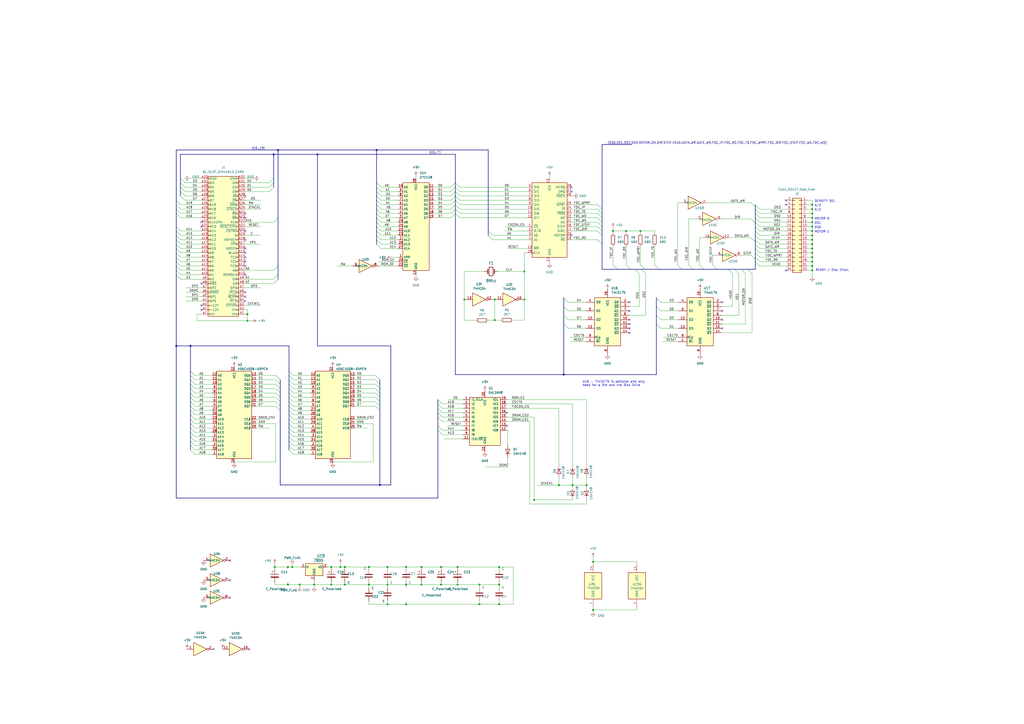
<source format=kicad_sch>
(kicad_sch (version 20250114) (generator "eeschema") (generator_version "9.0")
  (paper "A2")
  (title_block (title "Biden Card") (date "2025-03-11") (rev "02") (company "Landon Rodgers (techfury)") (comment 1 "Cost Reduced/Modernized Trump Card Clone") (comment 2 "Schematic derived from Alvaro Alea's TC clone project"))
  (text "MOTOR 0 " (at 472.44 127.635 0) (effects (font (size 1.27 1.27)) (justify left bottom)))
  (text "DS0\n" (at 472.44 132.715 0) (effects (font (size 1.27 1.27)) (justify left bottom)))
  (text "DS1\n" (at 472.44 130.175 0) (effects (font (size 1.27 1.27)) (justify left bottom)))
  (text "READY / Disc Chan." (at 473.075 157.48 0) (effects (font (size 1.27 1.27)) (justify left bottom)))
  (text "MOTOR 1" (at 472.44 135.255 0) (effects (font (size 1.27 1.27)) (justify left bottom)))
  (text "U16 - 74LS175 is optional and only \nneed for a 3rd and 4rd Disk Drive" (at 337.82 224.282 0) (effects (font (size 1.27 1.27)) (justify left bottom)))
  (text "N/C" (at 472.44 122.555 0) (effects (font (size 1.27 1.27)) (justify left bottom)))
  (text "N/C" (at 472.44 120.015 0) (effects (font (size 1.27 1.27)) (justify left bottom)))
  (text "DENSITY SEL\n" (at 472.44 117.475 0) (effects (font (size 1.27 1.27)) (justify left bottom)))
  (junction (at 344.043 325.882))
  (junction (at 265.43 328.93))
  (junction (at 471.17 139.065))
  (junction (at 192.151 328.93))
  (junction (at 471.17 133.985))
  (junction (at 143.51 182.245))
  (junction (at 309.82 289.941))
  (junction (at 471.17 131.445))
  (junction (at 471.17 156.845))
  (junction (at 471.17 154.305))
  (junction (at 255.905 339.09))
  (junction (at 371.475 133.985))
  (junction (at 159.385 328.93))
  (junction (at 471.17 136.525))
  (junction (at 244.475 328.93))
  (junction (at 471.17 151.765))
  (junction (at 167.005 339.09))
  (junction (at 244.475 339.09))
  (junction (at 278.13 339.09))
  (junction (at 167.005 328.93))
  (junction (at 235.585 339.09))
  (junction (at 327.025 217.297))
  (junction (at 265.43 339.09))
  (junction (at 182.245 339.09))
  (junction (at 169.545 328.93))
  (junction (at 287.02 173.736))
  (junction (at 324.231 281.432))
  (junction (at 200.025 328.93))
  (junction (at 173.863 339.09))
  (junction (at 289.56 350.52))
  (junction (at 471.17 121.285))
  (junction (at 235.585 328.93))
  (junction (at 471.17 128.905))
  (junction (at 192.151 339.09))
  (junction (at 213.995 339.09))
  (junction (at 471.17 146.685))
  (junction (at 102.235 200.66))
  (junction (at 471.17 141.605))
  (junction (at 471.17 118.745))
  (junction (at 471.17 149.225))
  (junction (at 269.367 173.736))
  (junction (at 278.13 350.52))
  (junction (at 235.585 350.52))
  (junction (at 471.17 144.145))
  (junction (at 220.345 281.305))
  (junction (at 224.79 339.09))
  (junction (at 158.75 89.535))
  (junction (at 161.29 86.995))
  (junction (at 218.44 86.995))
  (junction (at 224.79 328.93))
  (junction (at 143.51 186.055))
  (junction (at 344.043 353.822))
  (junction (at 363.22 133.985))
  (junction (at 255.905 328.93))
  (junction (at 304.165 157.48))
  (junction (at 200.025 339.09))
  (junction (at 471.17 123.825))
  (junction (at 304.165 173.736))
  (junction (at 213.995 328.93))
  (junction (at 289.56 339.09))
  (junction (at 287.02 185.674))
  (junction (at 224.79 350.52))
  (junction (at 197.485 328.93))
  (junction (at 289.56 328.93))
  (junction (at 332.105 281.432))
  (junction (at 471.17 126.365))
  (junction (at 184.15 89.535))
  (junction (at 355.6 133.985))
  (junction (at 340.233 281.432))
  (junction (at 110.49 200.66))
  (no_connect (at 133.35 336.55))
  (no_connect (at 133.35 346.71))
  (no_connect (at 116.84 128.905))
  (no_connect (at 116.84 164.465))
  (no_connect (at 142.24 113.665))
  (no_connect (at 142.24 123.825))
  (no_connect (at 142.24 126.365))
  (no_connect (at 142.24 149.225))
  (no_connect (at 142.24 151.765))
  (no_connect (at 142.24 154.305))
  (no_connect (at 142.24 159.385))
  (no_connect (at 142.24 169.545))
  (no_connect (at 142.24 172.085))
  (no_connect (at 142.24 174.625))
  (no_connect (at 133.35 325.12))
  (no_connect (at 331.47 136.525))
  (no_connect (at 365.125 180.34))
  (no_connect (at 116.84 177.165))
  (no_connect (at 116.84 179.705))
  (no_connect (at 331.47 111.125))
  (no_connect (at 455.93 116.205))
  (no_connect (at 365.125 190.5))
  (no_connect (at 365.125 185.42))
  (no_connect (at 455.93 118.745))
  (no_connect (at 365.125 187.96))
  (no_connect (at 365.125 193.04))
  (no_connect (at 331.47 108.585))
  (no_connect (at 294.005 239.395))
  (no_connect (at 294.005 247.015))
  (no_connect (at 418.846 185.42))
  (no_connect (at 418.846 190.5))
  (no_connect (at 418.846 180.34))
  (no_connect (at 418.846 175.26))
  (no_connect (at 365.125 175.26))
  (no_connect (at 455.93 156.845))
  (no_connect (at 144.399 376.555))
  (no_connect (at 123.825 376.555))
  (no_connect (at 116.84 131.445))
  (no_connect (at 142.24 133.985))
  (no_connect (at 142.24 139.065))
  (no_connect (at 142.24 144.145))
  (no_connect (at 142.24 146.685))
  (bus_entry (at 264.16 113.665) (size -2.54 2.54))
  (bus_entry (at 167.64 230.505) (size 2.54 2.54))
  (bus_entry (at 167.64 220.345) (size 2.54 2.54))
  (bus_entry (at 161.29 161.925) (size -2.54 2.54))
  (bus_entry (at 160.02 230.505) (size 2.54 2.54))
  (bus_entry (at 110.49 227.965) (size 2.54 2.54))
  (bus_entry (at 167.64 250.825) (size 2.54 2.54))
  (bus_entry (at 283.21 136.525) (size 2.54 2.54))
  (bus_entry (at 167.64 260.985) (size 2.54 2.54))
  (bus_entry (at 102.235 146.685) (size 2.54 2.54))
  (bus_entry (at 218.44 118.745) (size 2.54 2.54))
  (bus_entry (at 220.345 235.585) (size -2.54 -2.54))
  (bus_entry (at 102.235 141.605) (size 2.54 2.54))
  (bus_entry (at 264.16 118.745) (size 2.54 2.54))
  (bus_entry (at 161.29 159.385) (size -2.54 2.54))
  (bus_entry (at 380.746 182.88) (size 2.54 2.54))
  (bus_entry (at 327.025 187.96) (size 2.54 2.54))
  (bus_entry (at 110.49 258.445) (size 2.54 2.54))
  (bus_entry (at 218.44 126.365) (size 2.54 2.54))
  (bus_entry (at 104.775 108.585) (size 2.54 2.54))
  (bus_entry (at 110.49 233.045) (size 2.54 2.54))
  (bus_entry (at 380.746 177.8) (size 2.54 2.54))
  (bus_entry (at 102.235 156.845) (size 2.54 2.54))
  (bus_entry (at 264.16 106.045) (size -2.54 2.54))
  (bus_entry (at 110.49 260.985) (size 2.54 2.54))
  (bus_entry (at 160.02 217.805) (size 2.54 2.54))
  (bus_entry (at 218.44 108.585) (size 2.54 2.54))
  (bus_entry (at 104.775 111.125) (size 2.54 2.54))
  (bus_entry (at 102.235 154.305) (size 2.54 2.54))
  (bus_entry (at 264.16 113.665) (size 2.54 2.54))
  (bus_entry (at 220.345 225.425) (size -2.54 -2.54))
  (bus_entry (at 102.235 159.385) (size 2.54 2.54))
  (bus_entry (at 218.44 136.525) (size 2.54 2.54))
  (bus_entry (at 218.44 113.665) (size 2.54 2.54))
  (bus_entry (at 393.065 153.67) (size 2.54 2.54))
  (bus_entry (at 405.765 153.67) (size 2.54 2.54))
  (bus_entry (at 399.415 153.67) (size 2.54 2.54))
  (bus_entry (at 435.61 117.602) (size 2.54 2.54))
  (bus_entry (at 435.61 147.955) (size 2.54 2.54))
  (bus_entry (at 413.385 153.67) (size 2.54 2.54))
  (bus_entry (at 435.61 137.795) (size 2.54 2.54))
  (bus_entry (at 435.61 127) (size 2.54 2.54))
  (bus_entry (at 264.16 108.585) (size 2.54 2.54))
  (bus_entry (at 218.44 116.205) (size 2.54 2.54))
  (bus_entry (at 104.775 106.045) (size 2.54 2.54))
  (bus_entry (at 218.44 106.045) (size 2.54 2.54))
  (bus_entry (at 110.49 245.745) (size 2.54 2.54))
  (bus_entry (at 160.02 233.045) (size 2.54 2.54))
  (bus_entry (at 102.235 133.985) (size 2.54 2.54))
  (bus_entry (at 104.775 113.665) (size 2.54 2.54))
  (bus_entry (at 104.775 103.505) (size 2.54 2.54))
  (bus_entry (at 158.75 103.505) (size -2.54 2.54))
  (bus_entry (at 254 231.775) (size 2.54 2.54))
  (bus_entry (at 110.49 243.205) (size 2.54 2.54))
  (bus_entry (at 110.49 253.365) (size 2.54 2.54))
  (bus_entry (at 110.49 248.285) (size 2.54 2.54))
  (bus_entry (at 167.64 225.425) (size 2.54 2.54))
  (bus_entry (at 102.235 116.205) (size 2.54 2.54))
  (bus_entry (at 167.64 240.665) (size 2.54 2.54))
  (bus_entry (at 167.64 243.205) (size 2.54 2.54))
  (bus_entry (at 110.49 250.825) (size 2.54 2.54))
  (bus_entry (at 363.22 153.67) (size 2.54 2.54))
  (bus_entry (at 110.49 220.345) (size 2.54 2.54))
  (bus_entry (at 110.49 235.585) (size 2.54 2.54))
  (bus_entry (at 368.3 156.21) (size 2.54 2.54))
  (bus_entry (at 438.15 126.365) (size 2.54 2.54))
  (bus_entry (at 438.15 123.825) (size 2.54 2.54))
  (bus_entry (at 438.15 146.685) (size 2.54 2.54))
  (bus_entry (at 438.15 149.225) (size 2.54 2.54))
  (bus_entry (at 438.15 141.605) (size 2.54 2.54))
  (bus_entry (at 438.15 144.145) (size 2.54 2.54))
  (bus_entry (at 438.15 131.445) (size 2.54 2.54))
  (bus_entry (at 438.15 139.065) (size 2.54 2.54))
  (bus_entry (at 438.15 136.525) (size 2.54 2.54))
  (bus_entry (at 438.15 133.985) (size 2.54 2.54))
  (bus_entry (at 438.15 151.765) (size 2.54 2.54))
  (bus_entry (at 438.15 118.745) (size 2.54 2.54))
  (bus_entry (at 438.15 121.285) (size 2.54 2.54))
  (bus_entry (at 438.15 128.905) (size 2.54 2.54))
  (bus_entry (at 264.16 118.745) (size -2.54 2.54))
  (bus_entry (at 218.44 121.285) (size 2.54 2.54))
  (bus_entry (at 264.16 108.585) (size -2.54 2.54))
  (bus_entry (at 283.21 133.985) (size 2.54 2.54))
  (bus_entry (at 102.235 151.765) (size 2.54 2.54))
  (bus_entry (at 102.235 131.445) (size 2.54 2.54))
  (bus_entry (at 327.025 182.88) (size 2.54 2.54))
  (bus_entry (at 380.746 172.72) (size 2.54 2.54))
  (bus_entry (at 102.235 144.145) (size 2.54 2.54))
  (bus_entry (at 327.025 172.72) (size 2.54 2.54))
  (bus_entry (at 254 241.935) (size 2.54 2.54))
  (bus_entry (at 110.49 238.125) (size 2.54 2.54))
  (bus_entry (at 346.71 133.985) (size 2.54 2.54))
  (bus_entry (at 264.16 106.045) (size 2.54 2.54))
  (bus_entry (at 161.29 154.305) (size -2.54 2.54))
  (bus_entry (at 264.16 116.205) (size -2.54 2.54))
  (bus_entry (at 264.16 123.825) (size 2.54 2.54))
  (bus_entry (at 264.16 123.825) (size -2.54 2.54))
  (bus_entry (at 160.02 222.885) (size 2.54 2.54))
  (bus_entry (at 161.29 126.365) (size -2.54 2.54))
  (bus_entry (at 110.49 215.265) (size 2.54 2.54))
  (bus_entry (at 167.64 215.265) (size 2.54 2.54))
  (bus_entry (at 379.73 153.67) (size 2.54 2.54))
  (bus_entry (at 380.746 187.96) (size 2.54 2.54))
  (bus_entry (at 102.235 139.065) (size 2.54 2.54))
  (bus_entry (at 102.235 136.525) (size 2.54 2.54))
  (bus_entry (at 264.16 111.125) (size -2.54 2.54))
  (bus_entry (at 254 239.395) (size 2.54 2.54))
  (bus_entry (at 254 236.855) (size 2.54 2.54))
  (bus_entry (at 264.16 121.285) (size 2.54 2.54))
  (bus_entry (at 167.64 255.905) (size 2.54 2.54))
  (bus_entry (at 160.02 220.345) (size 2.54 2.54))
  (bus_entry (at 167.64 227.965) (size 2.54 2.54))
  (bus_entry (at 372.11 156.21) (size 2.54 2.54))
  (bus_entry (at 167.64 238.125) (size 2.54 2.54))
  (bus_entry (at 218.44 139.065) (size 2.54 2.54))
  (bus_entry (at 218.44 131.445) (size 2.54 2.54))
  (bus_entry (at 110.49 255.905) (size 2.54 2.54))
  (bus_entry (at 167.64 217.805) (size 2.54 2.54))
  (bus_entry (at 167.64 245.745) (size 2.54 2.54))
  (bus_entry (at 264.16 116.205) (size 2.54 2.54))
  (bus_entry (at 110.49 240.665) (size 2.54 2.54))
  (bus_entry (at 167.64 233.045) (size 2.54 2.54))
  (bus_entry (at 220.345 233.045) (size -2.54 -2.54))
  (bus_entry (at 167.64 253.365) (size 2.54 2.54))
  (bus_entry (at 218.44 123.825) (size 2.54 2.54))
  (bus_entry (at 110.49 225.425) (size 2.54 2.54))
  (bus_entry (at 254 234.315) (size 2.54 2.54))
  (bus_entry (at 422.402 156.21) (size 2.54 2.54))
  (bus_entry (at 426.085 156.21) (size 2.54 2.54))
  (bus_entry (at 429.895 156.21) (size 2.54 2.54))
  (bus_entry (at 433.705 156.21) (size 2.54 2.54))
  (bus_entry (at 102.235 121.285) (size 2.54 2.54))
  (bus_entry (at 160.02 235.585) (size 2.54 2.54))
  (bus_entry (at 158.75 108.585) (size -2.54 2.54))
  (bus_entry (at 160.02 225.425) (size 2.54 2.54))
  (bus_entry (at 102.235 149.225) (size 2.54 2.54))
  (bus_entry (at 220.345 227.965) (size -2.54 -2.54))
  (bus_entry (at 218.44 141.605) (size 2.54 2.54))
  (bus_entry (at 220.345 220.345) (size -2.54 -2.54))
  (bus_entry (at 110.49 230.505) (size 2.54 2.54))
  (bus_entry (at 110.49 222.885) (size 2.54 2.54))
  (bus_entry (at 167.64 258.445) (size 2.54 2.54))
  (bus_entry (at 346.71 139.065) (size 2.54 2.54))
  (bus_entry (at 346.71 131.445) (size 2.54 2.54))
  (bus_entry (at 346.71 121.285) (size 2.54 2.54))
  (bus_entry (at 346.71 123.825) (size 2.54 2.54))
  (bus_entry (at 346.71 126.365) (size 2.54 2.54))
  (bus_entry (at 346.71 128.905) (size 2.54 2.54))
  (bus_entry (at 346.71 118.745) (size 2.54 2.54))
  (bus_entry (at 102.235 123.825) (size 2.54 2.54))
  (bus_entry (at 327.025 177.8) (size 2.54 2.54))
  (bus_entry (at 264.16 111.125) (size 2.54 2.54))
  (bus_entry (at 167.64 222.885) (size 2.54 2.54))
  (bus_entry (at 264.16 121.285) (size -2.54 2.54))
  (bus_entry (at 218.44 133.985) (size 2.54 2.54))
  (bus_entry (at 110.49 217.805) (size 2.54 2.54))
  (bus_entry (at 158.75 106.045) (size -2.54 2.54))
  (bus_entry (at 167.64 235.585) (size 2.54 2.54))
  (bus_entry (at 355.6 153.67) (size 2.54 2.54))
  (bus_entry (at 371.475 153.67) (size 2.54 2.54))
  (bus_entry (at 102.235 118.745) (size 2.54 2.54))
  (bus_entry (at 218.44 128.905) (size 2.54 2.54))
  (bus_entry (at 254 249.555) (size 2.54 2.54))
  (bus_entry (at 220.345 230.505) (size -2.54 -2.54))
  (bus_entry (at 218.44 111.125) (size 2.54 2.54))
  (bus_entry (at 220.345 238.125) (size -2.54 -2.54))
  (bus_entry (at 160.02 227.965) (size 2.54 2.54))
  (bus_entry (at 167.64 248.285) (size 2.54 2.54))
  (bus_entry (at 220.345 222.885) (size -2.54 -2.54))
  (bus_entry (at 254 247.015) (size 2.54 2.54))
  (wire (pts (xy 440.69 121.285) (xy 455.93 121.285)))
  (bus (pts (xy 104.648 89.535) (xy 104.648 113.665)))
  (wire (pts (xy 415.29 147.955) (xy 413.385 147.955)))
  (wire (pts (xy 269.367 157.48) (xy 281.051 157.48)))
  (bus (pts (xy 438.15 151.765) (xy 438.15 156.21)))
  (wire (pts (xy 304.165 157.48) (xy 304.165 173.736)))
  (wire (pts (xy 256.54 234.315) (xy 268.605 234.315)))
  (wire (pts (xy 224.79 328.93) (xy 235.585 328.93)))
  (bus (pts (xy 218.44 131.445) (xy 218.44 133.985)))
  (wire (pts (xy 287.02 173.736) (xy 287.02 185.674)))
  (bus (pts (xy 167.64 230.505) (xy 167.64 233.045)))
  (wire (pts (xy 266.7 108.585) (xy 306.07 108.585)))
  (wire (pts (xy 468.63 121.285) (xy 471.17 121.285)))
  (bus (pts (xy 102.235 146.685) (xy 102.235 149.225)))
  (wire (pts (xy 113.03 245.745) (xy 123.19 245.745)))
  (bus (pts (xy 426.085 156.21) (xy 422.402 156.21)))
  (wire (pts (xy 423.545 137.795) (xy 435.61 137.795)))
  (bus (pts (xy 158.75 103.505) (xy 158.75 106.045)))
  (wire (pts (xy 235.585 328.93) (xy 235.585 330.2)))
  (wire (pts (xy 340.233 231.775) (xy 340.233 269.621)))
  (wire (pts (xy 142.24 164.465) (xy 158.75 164.465)))
  (wire (pts (xy 309.82 289.941) (xy 309.82 241.935)))
  (wire (pts (xy 224.79 328.93) (xy 224.79 330.2)))
  (wire (pts (xy 169.545 328.93) (xy 174.625 328.93)))
  (wire (pts (xy 173.863 339.09) (xy 182.245 339.09)))
  (wire (pts (xy 251.46 108.585) (xy 261.62 108.585)))
  (wire (pts (xy 197.485 328.93) (xy 200.025 328.93)))
  (bus (pts (xy 167.64 238.125) (xy 167.64 240.665)))
  (wire (pts (xy 104.775 149.225) (xy 116.84 149.225)))
  (wire (pts (xy 148.59 227.965) (xy 160.02 227.965)))
  (bus (pts (xy 218.44 139.065) (xy 218.44 141.605)))
  (wire (pts (xy 471.17 149.225) (xy 471.17 151.765)))
  (wire (pts (xy 266.7 123.825) (xy 306.07 123.825)))
  (bus (pts (xy 102.235 139.065) (xy 102.235 141.605)))
  (bus (pts (xy 220.345 233.045) (xy 220.345 235.585)))
  (wire (pts (xy 468.63 154.305) (xy 471.17 154.305)))
  (wire (pts (xy 170.18 220.345) (xy 180.34 220.345)))
  (wire (pts (xy 413.385 147.955) (xy 413.385 153.67)))
  (bus (pts (xy 327.025 187.96) (xy 327.025 217.297)))
  (bus (pts (xy 438.15 146.685) (xy 438.15 144.145)))
  (wire (pts (xy 142.24 108.585) (xy 156.21 108.585)))
  (bus (pts (xy 162.56 225.425) (xy 162.56 227.965)))
  (wire (pts (xy 170.18 263.525) (xy 180.34 263.525)))
  (wire (pts (xy 220.98 118.745) (xy 231.14 118.745)))
  (wire (pts (xy 205.74 245.745) (xy 216.535 245.745)))
  (wire (pts (xy 148.59 230.505) (xy 160.02 230.505)))
  (wire (pts (xy 340.233 292.354) (xy 340.233 289.941)))
  (wire (pts (xy 244.475 337.82) (xy 244.475 339.09)))
  (wire (pts (xy 440.69 141.605) (xy 455.93 141.605)))
  (wire (pts (xy 259.715 247.015) (xy 268.605 247.015)))
  (wire (pts (xy 192.151 337.82) (xy 192.151 339.09)))
  (bus (pts (xy 218.44 113.665) (xy 218.44 116.205)))
  (wire (pts (xy 197.485 328.93) (xy 197.485 327.025)))
  (wire (pts (xy 224.79 350.52) (xy 235.585 350.52)))
  (bus (pts (xy 102.235 116.205) (xy 102.235 118.745)))
  (wire (pts (xy 331.47 131.445) (xy 346.71 131.445)))
  (wire (pts (xy 195.58 154.305) (xy 204.47 154.305)))
  (wire (pts (xy 265.43 328.93) (xy 265.43 330.2)))
  (bus (pts (xy 283.21 86.995) (xy 283.21 133.985)))
  (wire (pts (xy 167.005 328.93) (xy 159.385 328.93)))
  (wire (pts (xy 170.18 222.885) (xy 180.34 222.885)))
  (wire (pts (xy 220.98 128.905) (xy 231.14 128.905)))
  (bus (pts (xy 433.705 156.21) (xy 429.895 156.21)))
  (wire (pts (xy 332.105 281.432) (xy 340.233 281.432)))
  (wire (pts (xy 318.77 151.765) (xy 318.77 152.781)))
  (wire (pts (xy 344.043 325.882) (xy 344.043 327.152)))
  (wire (pts (xy 371.475 133.985) (xy 379.73 133.985)))
  (wire (pts (xy 365.125 177.8) (xy 370.84 177.8)))
  (wire (pts (xy 104.775 146.685) (xy 116.84 146.685)))
  (bus (pts (xy 218.44 86.995) (xy 218.44 106.045)))
  (bus (pts (xy 254 249.555) (xy 254 247.015)))
  (wire (pts (xy 266.7 118.745) (xy 306.07 118.745)))
  (wire (pts (xy 289.56 328.93) (xy 297.815 328.93)))
  (wire (pts (xy 227.33 149.225) (xy 231.14 149.225)))
  (bus (pts (xy 349.25 131.445) (xy 349.25 133.985)))
  (wire (pts (xy 220.98 113.665) (xy 231.14 113.665)))
  (wire (pts (xy 251.46 121.285) (xy 261.62 121.285)))
  (wire (pts (xy 330.835 198.12) (xy 339.725 198.12)))
  (wire (pts (xy 331.47 128.905) (xy 346.71 128.905)))
  (wire (pts (xy 235.585 340.995) (xy 235.585 339.09)))
  (wire (pts (xy 113.03 243.205) (xy 123.19 243.205)))
  (wire (pts (xy 304.165 185.674) (xy 297.815 185.674)))
  (wire (pts (xy 107.315 116.205) (xy 116.84 116.205)))
  (wire (pts (xy 220.98 131.445) (xy 231.14 131.445)))
  (wire (pts (xy 294.005 236.855) (xy 324.231 236.855)))
  (wire (pts (xy 324.231 236.855) (xy 324.231 269.621)))
  (wire (pts (xy 173.863 339.09) (xy 173.863 340.36)))
  (bus (pts (xy 167.64 245.745) (xy 167.64 248.285)))
  (wire (pts (xy 289.56 348.615) (xy 289.56 350.52)))
  (bus (pts (xy 102.235 131.445) (xy 102.235 133.985)))
  (wire (pts (xy 142.24 161.925) (xy 158.75 161.925)))
  (wire (pts (xy 395.351 117.602) (xy 393.065 117.602)))
  (wire (pts (xy 304.165 157.48) (xy 304.165 146.685)))
  (wire (pts (xy 256.54 244.475) (xy 268.605 244.475)))
  (wire (pts (xy 142.24 116.205) (xy 151.13 116.205)))
  (bus (pts (xy 349.25 126.365) (xy 349.25 128.905)))
  (wire (pts (xy 371.475 142.875) (xy 371.475 153.67)))
  (bus (pts (xy 218.44 126.365) (xy 218.44 128.905)))
  (wire (pts (xy 471.17 141.605) (xy 471.17 139.065)))
  (wire (pts (xy 244.475 339.09) (xy 255.905 339.09)))
  (wire (pts (xy 440.69 131.445) (xy 455.93 131.445)))
  (wire (pts (xy 344.043 323.342) (xy 344.043 325.882)))
  (bus (pts (xy 254 241.935) (xy 254 239.395)))
  (wire (pts (xy 355.6 133.985) (xy 355.6 135.255)))
  (wire (pts (xy 289.56 339.09) (xy 289.56 340.995)))
  (wire (pts (xy 113.03 222.885) (xy 123.19 222.885)))
  (bus (pts (xy 380.746 172.72) (xy 380.746 177.8)))
  (wire (pts (xy 251.46 111.125) (xy 261.62 111.125)))
  (wire (pts (xy 142.24 111.125) (xy 156.21 111.125)))
  (wire (pts (xy 468.63 136.525) (xy 471.17 136.525)))
  (wire (pts (xy 107.315 106.045) (xy 116.84 106.045)))
  (wire (pts (xy 142.24 156.845) (xy 158.75 156.845)))
  (bus (pts (xy 264.16 111.125) (xy 264.16 113.665)))
  (bus (pts (xy 438.15 126.365) (xy 438.15 123.825)))
  (wire (pts (xy 266.7 113.665) (xy 306.07 113.665)))
  (bus (pts (xy 327.025 172.72) (xy 327.025 177.8)))
  (wire (pts (xy 471.17 151.765) (xy 471.17 154.305)))
  (bus (pts (xy 167.64 227.965) (xy 167.64 230.505)))
  (wire (pts (xy 330.835 195.58) (xy 339.725 195.58)))
  (bus (pts (xy 438.15 139.065) (xy 438.15 136.525)))
  (wire (pts (xy 205.74 220.345) (xy 217.805 220.345)))
  (wire (pts (xy 107.95 172.085) (xy 116.84 172.085)))
  (wire (pts (xy 468.63 146.685) (xy 471.17 146.685)))
  (wire (pts (xy 104.775 118.745) (xy 116.84 118.745)))
  (bus (pts (xy 167.64 225.425) (xy 167.64 227.965)))
  (wire (pts (xy 142.24 167.005) (xy 151.13 167.005)))
  (wire (pts (xy 440.69 151.765) (xy 455.93 151.765)))
  (wire (pts (xy 170.18 240.665) (xy 180.34 240.665)))
  (wire (pts (xy 170.18 235.585) (xy 180.34 235.585)))
  (wire (pts (xy 278.13 348.615) (xy 278.13 350.52)))
  (wire (pts (xy 384.556 195.58) (xy 393.446 195.58)))
  (wire (pts (xy 148.59 245.745) (xy 160.02 245.745)))
  (wire (pts (xy 418.846 187.96) (xy 432.435 187.96)))
  (wire (pts (xy 440.69 133.985) (xy 455.93 133.985)))
  (wire (pts (xy 344.043 352.552) (xy 344.043 353.822)))
  (wire (pts (xy 374.65 158.75) (xy 374.65 182.88)))
  (wire (pts (xy 294.005 244.475) (xy 307.213 244.475)))
  (wire (pts (xy 104.775 156.845) (xy 116.84 156.845)))
  (wire (pts (xy 257.429 254.635) (xy 268.605 254.635)))
  (bus (pts (xy 220.345 227.965) (xy 220.345 230.505)))
  (wire (pts (xy 205.74 235.585) (xy 217.805 235.585)))
  (bus (pts (xy 254 288.925) (xy 102.235 288.925)))
  (wire (pts (xy 220.98 136.525) (xy 231.14 136.525)))
  (bus (pts (xy 167.64 217.805) (xy 167.64 220.345)))
  (wire (pts (xy 440.69 139.065) (xy 455.93 139.065)))
  (bus (pts (xy 110.49 243.205) (xy 110.49 245.745)))
  (wire (pts (xy 159.385 337.82) (xy 159.385 339.09)))
  (wire (pts (xy 170.18 238.125) (xy 180.34 238.125)))
  (wire (pts (xy 113.03 253.365) (xy 123.19 253.365)))
  (wire (pts (xy 363.22 133.985) (xy 363.22 135.255)))
  (bus (pts (xy 254 288.925) (xy 254 249.555)))
  (bus (pts (xy 438.15 133.985) (xy 438.15 131.445)))
  (wire (pts (xy 471.17 118.745) (xy 471.17 121.285)))
  (wire (pts (xy 224.79 339.09) (xy 235.585 339.09)))
  (wire (pts (xy 192.151 328.93) (xy 197.485 328.93)))
  (wire (pts (xy 142.24 103.505) (xy 147.32 103.505)))
  (bus (pts (xy 382.27 156.21) (xy 395.605 156.21)))
  (bus (pts (xy 110.49 225.425) (xy 110.49 227.965)))
  (bus (pts (xy 162.56 233.045) (xy 162.56 235.585)))
  (bus (pts (xy 161.29 159.385) (xy 161.29 161.925)))
  (wire (pts (xy 113.03 238.125) (xy 123.19 238.125)))
  (wire (pts (xy 399.415 127) (xy 399.415 153.67)))
  (wire (pts (xy 294.005 234.315) (xy 332.105 234.315)))
  (wire (pts (xy 143.51 186.055) (xy 146.05 186.055)))
  (wire (pts (xy 332.105 281.432) (xy 332.105 282.321)))
  (wire (pts (xy 213.995 341.122) (xy 213.995 339.09)))
  (wire (pts (xy 169.545 327.66) (xy 169.545 328.93)))
  (wire (pts (xy 309.753 289.941) (xy 309.82 289.941)))
  (wire (pts (xy 142.24 177.165) (xy 151.13 177.165)))
  (wire (pts (xy 440.69 136.525) (xy 455.93 136.525)))
  (wire (pts (xy 104.775 133.985) (xy 116.84 133.985)))
  (bus (pts (xy 104.648 89.535) (xy 158.75 89.535)))
  (bus (pts (xy 102.235 159.385) (xy 102.235 200.66)))
  (wire (pts (xy 142.24 136.525) (xy 151.13 136.525)))
  (bus (pts (xy 349.25 133.985) (xy 349.25 136.525)))
  (wire (pts (xy 424.942 158.75) (xy 424.815 177.8)))
  (wire (pts (xy 205.74 227.965) (xy 217.805 227.965)))
  (wire (pts (xy 220.98 111.125) (xy 231.14 111.125)))
  (wire (pts (xy 113.03 227.965) (xy 123.19 227.965)))
  (wire (pts (xy 251.46 118.745) (xy 261.62 118.745)))
  (wire (pts (xy 339.725 180.34) (xy 329.565 180.34)))
  (bus (pts (xy 264.16 108.585) (xy 264.16 111.125)))
  (wire (pts (xy 331.47 126.365) (xy 346.71 126.365)))
  (wire (pts (xy 344.043 353.822) (xy 369.443 353.822)))
  (bus (pts (xy 283.21 133.985) (xy 283.21 136.525)))
  (wire (pts (xy 309.82 241.935) (xy 294.005 241.935)))
  (bus (pts (xy 264.16 217.297) (xy 327.025 217.297)))
  (wire (pts (xy 200.025 337.82) (xy 200.025 339.09)))
  (bus (pts (xy 167.64 248.285) (xy 167.64 250.825)))
  (wire (pts (xy 251.46 113.665) (xy 261.62 113.665)))
  (wire (pts (xy 142.24 182.245) (xy 143.51 182.245)))
  (bus (pts (xy 438.15 121.285) (xy 438.15 120.142)))
  (wire (pts (xy 468.63 123.825) (xy 471.17 123.825)))
  (wire (pts (xy 256.54 239.395) (xy 268.605 239.395)))
  (bus (pts (xy 218.44 136.525) (xy 218.44 139.065)))
  (wire (pts (xy 471.17 156.845) (xy 471.17 154.305)))
  (bus (pts (xy 401.955 156.21) (xy 395.605 156.21)))
  (wire (pts (xy 167.005 328.93) (xy 167.005 330.2)))
  (wire (pts (xy 193.04 267.97) (xy 216.535 267.97)))
  (wire (pts (xy 418.846 193.04) (xy 436.245 193.04)))
  (wire (pts (xy 340.233 277.241) (xy 340.233 281.432)))
  (bus (pts (xy 283.21 86.995) (xy 218.44 86.995)))
  (wire (pts (xy 324.231 277.241) (xy 324.231 281.432)))
  (bus (pts (xy 161.29 154.305) (xy 161.29 159.385)))
  (bus (pts (xy 110.49 255.905) (xy 110.49 258.445)))
  (wire (pts (xy 148.59 220.345) (xy 160.02 220.345)))
  (wire (pts (xy 220.98 133.985) (xy 231.14 133.985)))
  (bus (pts (xy 110.49 227.965) (xy 110.49 230.505)))
  (wire (pts (xy 344.043 325.882) (xy 369.443 325.882)))
  (wire (pts (xy 167.005 337.82) (xy 167.005 339.09)))
  (wire (pts (xy 269.367 185.674) (xy 269.367 173.736)))
  (bus (pts (xy 380.746 187.96) (xy 380.746 217.297)))
  (wire (pts (xy 399.415 127) (xy 403.86 127)))
  (bus (pts (xy 218.44 111.125) (xy 218.44 113.665)))
  (bus (pts (xy 110.49 235.585) (xy 110.49 238.125)))
  (wire (pts (xy 107.315 111.125) (xy 116.84 111.125)))
  (bus (pts (xy 349.25 128.905) (xy 349.25 131.445)))
  (wire (pts (xy 142.24 131.445) (xy 151.13 131.445)))
  (wire (pts (xy 205.74 225.425) (xy 217.805 225.425)))
  (wire (pts (xy 220.98 116.205) (xy 231.14 116.205)))
  (bus (pts (xy 102.235 118.745) (xy 102.235 121.285)))
  (wire (pts (xy 241.3 159.385) (xy 241.3 160.401)))
  (wire (pts (xy 170.18 253.365) (xy 180.34 253.365)))
  (bus (pts (xy 438.15 149.225) (xy 438.15 146.685)))
  (bus (pts (xy 110.49 248.285) (xy 110.49 250.825)))
  (wire (pts (xy 324.231 281.432) (xy 332.105 281.432)))
  (wire (pts (xy 182.245 339.09) (xy 182.245 340.487)))
  (wire (pts (xy 288.671 157.48) (xy 304.165 157.48)))
  (wire (pts (xy 104.775 141.605) (xy 116.84 141.605)))
  (wire (pts (xy 104.775 161.925) (xy 116.84 161.925)))
  (wire (pts (xy 294.513 265.684) (xy 294.513 270.891)))
  (wire (pts (xy 148.59 248.285) (xy 156.21 248.285)))
  (bus (pts (xy 327.025 182.88) (xy 327.025 187.96)))
  (wire (pts (xy 344.043 353.822) (xy 344.043 355.092)))
  (wire (pts (xy 379.73 142.875) (xy 379.73 153.67)))
  (bus (pts (xy 438.15 128.905) (xy 438.15 126.365)))
  (bus (pts (xy 374.015 156.21) (xy 382.27 156.21)))
  (wire (pts (xy 379.73 133.985) (xy 379.73 135.255)))
  (wire (pts (xy 346.71 133.985) (xy 331.47 133.985)))
  (wire (pts (xy 255.905 339.09) (xy 265.43 339.09)))
  (wire (pts (xy 339.725 175.26) (xy 329.565 175.26)))
  (bus (pts (xy 327.025 217.297) (xy 380.746 217.297)))
  (bus (pts (xy 264.16 116.205) (xy 264.16 118.745)))
  (wire (pts (xy 216.535 245.745) (xy 216.535 267.97)))
  (bus (pts (xy 218.44 128.905) (xy 218.44 131.445)))
  (wire (pts (xy 287.02 185.674) (xy 290.195 185.674)))
  (wire (pts (xy 220.98 121.285) (xy 231.14 121.285)))
  (wire (pts (xy 170.18 230.505) (xy 180.34 230.505)))
  (wire (pts (xy 213.995 339.09) (xy 224.79 339.09)))
  (bus (pts (xy 254 231.775) (xy 254 234.315)))
  (wire (pts (xy 170.18 260.985) (xy 180.34 260.985)))
  (wire (pts (xy 170.18 258.445) (xy 180.34 258.445)))
  (wire (pts (xy 213.995 350.52) (xy 224.79 350.52)))
  (bus (pts (xy 220.345 235.585) (xy 220.345 238.125)))
  (bus (pts (xy 184.15 200.66) (xy 226.695 200.66)))
  (bus (pts (xy 162.56 227.965) (xy 162.56 230.505)))
  (wire (pts (xy 189.865 328.93) (xy 192.151 328.93)))
  (bus (pts (xy 110.49 200.66) (xy 110.49 215.265)))
  (wire (pts (xy 440.69 149.225) (xy 455.93 149.225)))
  (wire (pts (xy 440.69 128.905) (xy 455.93 128.905)))
  (bus (pts (xy 218.44 116.205) (xy 218.44 118.745)))
  (wire (pts (xy 297.815 350.52) (xy 289.56 350.52)))
  (bus (pts (xy 264.16 106.045) (xy 264.16 108.585)))
  (wire (pts (xy 104.775 139.065) (xy 116.84 139.065)))
  (wire (pts (xy 220.98 144.145) (xy 231.14 144.145)))
  (wire (pts (xy 142.24 128.905) (xy 158.75 128.905)))
  (bus (pts (xy 372.11 156.21) (xy 368.3 156.21)))
  (wire (pts (xy 113.03 230.505) (xy 123.19 230.505)))
  (wire (pts (xy 471.17 144.145) (xy 471.17 141.605)))
  (wire (pts (xy 224.79 350.52) (xy 224.79 348.615)))
  (wire (pts (xy 293.116 133.985) (xy 306.07 133.985)))
  (wire (pts (xy 159.385 328.93) (xy 159.385 330.2)))
  (wire (pts (xy 231.14 151.765) (xy 219.71 151.765)))
  (wire (pts (xy 104.775 123.825) (xy 116.84 123.825)))
  (bus (pts (xy 110.49 222.885) (xy 110.49 225.425)))
  (bus (pts (xy 102.235 149.225) (xy 102.235 151.765)))
  (bus (pts (xy 429.895 156.21) (xy 426.085 156.21)))
  (bus (pts (xy 167.64 235.585) (xy 167.64 238.125)))
  (bus (pts (xy 438.15 123.825) (xy 438.15 121.285)))
  (wire (pts (xy 114.3 182.245) (xy 114.3 186.055)))
  (wire (pts (xy 114.3 186.055) (xy 143.51 186.055)))
  (wire (pts (xy 116.84 182.245) (xy 114.3 182.245)))
  (wire (pts (xy 143.51 179.705) (xy 142.24 179.705)))
  (wire (pts (xy 143.51 182.245) (xy 143.51 179.705)))
  (wire (pts (xy 143.51 186.055) (xy 143.51 182.245)))
  (wire (pts (xy 468.63 156.845) (xy 471.17 156.845)))
  (bus (pts (xy 438.15 131.445) (xy 438.15 129.54)))
  (wire (pts (xy 468.63 141.605) (xy 471.17 141.605)))
  (bus (pts (xy 167.64 220.345) (xy 167.64 222.885)))
  (wire (pts (xy 384.556 198.12) (xy 393.446 198.12)))
  (wire (pts (xy 332.105 234.315) (xy 332.105 269.875)))
  (wire (pts (xy 255.905 337.82) (xy 255.905 339.09)))
  (wire (pts (xy 259.715 231.775) (xy 268.605 231.775)))
  (wire (pts (xy 293.116 131.445) (xy 306.07 131.445)))
  (bus (pts (xy 162.56 238.125) (xy 162.56 281.305)))
  (wire (pts (xy 440.69 144.145) (xy 455.93 144.145)))
  (wire (pts (xy 235.585 350.52) (xy 278.13 350.52)))
  (bus (pts (xy 254 239.395) (xy 254 236.855)))
  (wire (pts (xy 224.79 337.82) (xy 224.79 339.09)))
  (wire (pts (xy 471.17 121.285) (xy 471.17 123.825)))
  (wire (pts (xy 339.725 185.42) (xy 329.565 185.42)))
  (bus (pts (xy 110.49 258.445) (xy 110.49 260.985)))
  (wire (pts (xy 440.69 154.305) (xy 455.93 154.305)))
  (bus (pts (xy 162.56 281.305) (xy 220.345 281.305)))
  (wire (pts (xy 220.98 123.825) (xy 231.14 123.825)))
  (wire (pts (xy 104.775 136.525) (xy 116.84 136.525)))
  (wire (pts (xy 331.47 121.285) (xy 346.71 121.285)))
  (wire (pts (xy 436.245 193.04) (xy 436.245 158.75)))
  (wire (pts (xy 294.005 231.775) (xy 340.233 231.775)))
  (wire (pts (xy 303.149 173.736) (xy 304.165 173.736)))
  (wire (pts (xy 220.98 108.585) (xy 231.14 108.585)))
  (wire (pts (xy 331.47 118.745) (xy 346.71 118.745)))
  (wire (pts (xy 471.17 116.205) (xy 471.17 118.745)))
  (wire (pts (xy 471.17 123.825) (xy 471.17 126.365)))
  (wire (pts (xy 265.43 337.82) (xy 265.43 339.09)))
  (wire (pts (xy 307.213 292.354) (xy 340.233 292.354)))
  (bus (pts (xy 110.49 238.125) (xy 110.49 240.665)))
  (bus (pts (xy 102.235 123.825) (xy 102.235 131.445)))
  (wire (pts (xy 405.765 137.795) (xy 405.765 153.67)))
  (bus (pts (xy 438.15 128.905) (xy 438.15 129.54)))
  (wire (pts (xy 113.03 225.425) (xy 123.19 225.425)))
  (bus (pts (xy 110.49 217.805) (xy 110.49 220.345)))
  (wire (pts (xy 468.63 133.985) (xy 471.17 133.985)))
  (wire (pts (xy 224.79 340.995) (xy 224.79 339.09)))
  (wire (pts (xy 256.54 236.855) (xy 268.605 236.855)))
  (bus (pts (xy 158.75 106.045) (xy 158.75 108.585)))
  (bus (pts (xy 102.235 133.985) (xy 102.235 136.525)))
  (bus (pts (xy 110.49 220.345) (xy 110.49 222.885)))
  (bus (pts (xy 184.15 89.535) (xy 184.15 200.66)))
  (wire (pts (xy 281.559 270.891) (xy 294.513 270.891)))
  (wire (pts (xy 418.846 177.8) (xy 424.815 177.8)))
  (wire (pts (xy 256.54 252.095) (xy 268.605 252.095)))
  (bus (pts (xy 226.695 200.66) (xy 226.695 281.305)))
  (bus (pts (xy 167.64 258.445) (xy 167.64 260.985)))
  (wire (pts (xy 148.59 235.585) (xy 160.02 235.585)))
  (wire (pts (xy 393.446 180.34) (xy 383.286 180.34)))
  (wire (pts (xy 113.03 217.805) (xy 123.19 217.805)))
  (bus (pts (xy 349.25 136.525) (xy 349.25 141.605)))
  (bus (pts (xy 220.345 230.505) (xy 220.345 233.045)))
  (wire (pts (xy 107.95 174.625) (xy 116.84 174.625)))
  (wire (pts (xy 113.03 250.825) (xy 123.19 250.825)))
  (bus (pts (xy 167.64 253.365) (xy 167.64 255.905)))
  (wire (pts (xy 468.63 144.145) (xy 471.17 144.145)))
  (wire (pts (xy 205.74 243.205) (xy 213.36 243.205)))
  (wire (pts (xy 148.59 243.205) (xy 156.21 243.205)))
  (bus (pts (xy 220.345 222.885) (xy 220.345 225.425)))
  (bus (pts (xy 102.235 121.285) (xy 102.235 123.825)))
  (wire (pts (xy 142.24 118.745) (xy 151.13 118.745)))
  (bus (pts (xy 264.16 123.952) (xy 264.16 217.297)))
  (wire (pts (xy 346.71 123.825) (xy 331.47 123.825)))
  (wire (pts (xy 255.905 328.93) (xy 265.43 328.93)))
  (wire (pts (xy 220.98 139.065) (xy 231.14 139.065)))
  (bus (pts (xy 438.15 149.225) (xy 438.15 150.495)))
  (wire (pts (xy 220.98 141.605) (xy 231.14 141.605)))
  (wire (pts (xy 256.54 241.935) (xy 268.605 241.935)))
  (wire (pts (xy 309.82 289.941) (xy 332.105 289.941)))
  (wire (pts (xy 285.75 139.065) (xy 306.07 139.065)))
  (bus (pts (xy 102.235 136.525) (xy 102.235 139.065)))
  (bus (pts (xy 438.15 120.142) (xy 438.15 118.745)))
  (bus (pts (xy 422.402 156.21) (xy 415.925 156.21)))
  (wire (pts (xy 213.995 328.93) (xy 224.79 328.93)))
  (bus (pts (xy 167.64 243.205) (xy 167.64 245.745)))
  (wire (pts (xy 432.435 158.75) (xy 432.435 187.96)))
  (wire (pts (xy 104.775 151.765) (xy 116.84 151.765)))
  (wire (pts (xy 235.585 337.82) (xy 235.585 339.09)))
  (wire (pts (xy 107.95 169.545) (xy 116.84 169.545)))
  (wire (pts (xy 182.245 339.09) (xy 192.151 339.09)))
  (wire (pts (xy 430.53 147.955) (xy 435.61 147.955)))
  (wire (pts (xy 283.464 185.801) (xy 287.02 185.674)))
  (wire (pts (xy 159.385 327.025) (xy 159.385 328.93)))
  (bus (pts (xy 162.56 222.885) (xy 162.56 225.425)))
  (bus (pts (xy 349.25 121.285) (xy 349.25 123.825)))
  (wire (pts (xy 471.17 146.685) (xy 471.17 149.225)))
  (wire (pts (xy 200.025 339.09) (xy 213.995 339.09)))
  (wire (pts (xy 213.995 328.93) (xy 213.995 330.2)))
  (wire (pts (xy 304.165 146.685) (xy 306.07 146.685)))
  (bus (pts (xy 110.49 250.825) (xy 110.49 253.365)))
  (wire (pts (xy 235.585 350.52) (xy 235.585 348.615)))
  (wire (pts (xy 104.775 154.305) (xy 116.84 154.305)))
  (bus (pts (xy 438.15 140.335) (xy 438.15 139.065)))
  (wire (pts (xy 468.63 128.905) (xy 471.17 128.905)))
  (wire (pts (xy 205.74 230.505) (xy 217.805 230.505)))
  (bus (pts (xy 167.64 240.665) (xy 167.64 243.205)))
  (wire (pts (xy 355.6 132.08) (xy 355.6 133.985)))
  (wire (pts (xy 113.03 255.905) (xy 123.19 255.905)))
  (wire (pts (xy 244.475 328.93) (xy 244.475 330.2)))
  (bus (pts (xy 110.49 240.665) (xy 110.49 243.205)))
  (bus (pts (xy 349.25 123.825) (xy 349.25 126.365)))
  (bus (pts (xy 415.925 156.21) (xy 408.305 156.21)))
  (wire (pts (xy 192.151 339.09) (xy 200.025 339.09)))
  (wire (pts (xy 235.585 339.09) (xy 244.475 339.09)))
  (wire (pts (xy 471.17 136.525) (xy 471.17 133.985)))
  (wire (pts (xy 363.22 142.875) (xy 363.22 153.67)))
  (wire (pts (xy 294.513 249.555) (xy 294.005 249.555)))
  (wire (pts (xy 370.84 158.75) (xy 370.84 177.8)))
  (bus (pts (xy 167.64 215.265) (xy 167.64 217.805)))
  (wire (pts (xy 468.63 131.445) (xy 471.17 131.445)))
  (wire (pts (xy 418.846 182.88) (xy 428.625 182.88)))
  (wire (pts (xy 440.69 146.685) (xy 455.93 146.685)))
  (wire (pts (xy 304.165 173.736) (xy 304.165 185.674)))
  (bus (pts (xy 110.49 253.365) (xy 110.49 255.905)))
  (wire (pts (xy 369.443 325.882) (xy 369.443 327.152)))
  (wire (pts (xy 410.591 117.602) (xy 435.61 117.602)))
  (bus (pts (xy 161.29 86.995) (xy 218.44 86.995)))
  (wire (pts (xy 471.17 133.985) (xy 471.17 131.445)))
  (wire (pts (xy 393.446 175.26) (xy 383.286 175.26)))
  (bus (pts (xy 264.16 121.285) (xy 264.16 123.825)))
  (bus (pts (xy 110.49 215.265) (xy 110.49 217.805)))
  (wire (pts (xy 471.17 156.845) (xy 471.17 160.655)))
  (wire (pts (xy 265.43 328.93) (xy 289.56 328.93)))
  (bus (pts (xy 408.305 156.21) (xy 401.955 156.21)))
  (bus (pts (xy 358.14 156.21) (xy 349.25 156.21)))
  (wire (pts (xy 468.63 149.225) (xy 471.17 149.225)))
  (wire (pts (xy 235.585 328.93) (xy 244.475 328.93)))
  (wire (pts (xy 331.47 113.665) (xy 332.74 113.665)))
  (wire (pts (xy 393.446 185.42) (xy 383.286 185.42)))
  (wire (pts (xy 170.18 227.965) (xy 180.34 227.965)))
  (bus (pts (xy 102.235 156.845) (xy 102.235 159.385)))
  (wire (pts (xy 170.18 217.805) (xy 180.34 217.805)))
  (bus (pts (xy 438.15 156.21) (xy 433.705 156.21)))
  (wire (pts (xy 251.46 123.825) (xy 261.62 123.825)))
  (wire (pts (xy 170.18 250.825) (xy 180.34 250.825)))
  (wire (pts (xy 289.56 350.52) (xy 278.13 350.52)))
  (wire (pts (xy 428.625 158.75) (xy 428.625 182.88)))
  (wire (pts (xy 167.005 339.09) (xy 173.863 339.09)))
  (bus (pts (xy 167.64 222.885) (xy 167.64 225.425)))
  (wire (pts (xy 170.18 243.205) (xy 180.34 243.205)))
  (wire (pts (xy 170.18 225.425) (xy 180.34 225.425)))
  (wire (pts (xy 109.982 103.505) (xy 116.84 103.505)))
  (bus (pts (xy 218.44 123.825) (xy 218.44 126.365)))
  (bus (pts (xy 264.16 118.745) (xy 264.16 121.285)))
  (wire (pts (xy 355.6 133.985) (xy 363.22 133.985)))
  (wire (pts (xy 104.775 144.145) (xy 116.84 144.145)))
  (bus (pts (xy 218.44 106.045) (xy 218.44 108.585)))
  (wire (pts (xy 266.7 121.285) (xy 306.07 121.285)))
  (wire (pts (xy 148.59 222.885) (xy 160.02 222.885)))
  (wire (pts (xy 251.46 116.205) (xy 261.62 116.205)))
  (wire (pts (xy 440.69 126.365) (xy 455.93 126.365)))
  (bus (pts (xy 264.16 89.535) (xy 264.16 106.045)))
  (wire (pts (xy 148.59 233.045) (xy 160.02 233.045)))
  (bus (pts (xy 254 234.315) (xy 254 236.855)))
  (wire (pts (xy 107.315 108.585) (xy 116.84 108.585)))
  (bus (pts (xy 438.15 144.145) (xy 438.15 141.605)))
  (wire (pts (xy 113.03 233.045) (xy 123.19 233.045)))
  (wire (pts (xy 219.71 154.305) (xy 231.14 154.305)))
  (bus (pts (xy 218.44 133.985) (xy 218.44 136.525)))
  (wire (pts (xy 160.02 245.745) (xy 160.02 267.97)))
  (wire (pts (xy 332.105 277.495) (xy 332.105 281.432)))
  (wire (pts (xy 265.43 339.09) (xy 278.13 339.09)))
  (bus (pts (xy 220.345 220.345) (xy 220.345 222.885)))
  (wire (pts (xy 266.7 116.205) (xy 306.07 116.205)))
  (bus (pts (xy 167.64 255.905) (xy 167.64 258.445)))
  (bus (pts (xy 102.235 141.605) (xy 102.235 144.145)))
  (bus (pts (xy 349.25 83.82) (xy 349.25 121.285)))
  (wire (pts (xy 468.63 126.365) (xy 471.17 126.365)))
  (bus (pts (xy 220.345 225.425) (xy 220.345 227.965)))
  (bus (pts (xy 162.56 230.505) (xy 162.56 233.045)))
  (wire (pts (xy 220.98 126.365) (xy 231.14 126.365)))
  (wire (pts (xy 285.623 173.736) (xy 287.02 173.736)))
  (wire (pts (xy 107.95 167.005) (xy 116.84 167.005)))
  (wire (pts (xy 369.443 352.552) (xy 369.443 353.822)))
  (bus (pts (xy 158.75 89.535) (xy 158.75 103.505)))
  (wire (pts (xy 275.844 185.801) (xy 269.367 185.674)))
  (wire (pts (xy 113.03 248.285) (xy 123.19 248.285)))
  (wire (pts (xy 200.025 328.93) (xy 200.025 330.2)))
  (wire (pts (xy 307.213 244.475) (xy 307.213 292.354)))
  (bus (pts (xy 167.64 233.045) (xy 167.64 235.585)))
  (wire (pts (xy 241.3 102.235) (xy 241.3 103.505)))
  (bus (pts (xy 380.746 177.8) (xy 380.746 182.88)))
  (bus (pts (xy 102.235 151.765) (xy 102.235 154.305)))
  (wire (pts (xy 340.233 282.321) (xy 340.233 281.432)))
  (wire (pts (xy 363.22 133.985) (xy 371.475 133.985)))
  (wire (pts (xy 113.03 240.665) (xy 123.19 240.665)))
  (wire (pts (xy 113.03 258.445) (xy 123.19 258.445)))
  (wire (pts (xy 167.005 328.93) (xy 169.545 328.93)))
  (wire (pts (xy 471.17 146.685) (xy 471.17 144.145)))
  (wire (pts (xy 256.54 249.555) (xy 268.605 249.555)))
  (bus (pts (xy 380.746 182.88) (xy 380.746 187.96)))
  (bus (pts (xy 220.345 238.125) (xy 220.345 281.305)))
  (bus (pts (xy 226.695 281.305) (xy 220.345 281.305)))
  (bus (pts (xy 102.235 154.305) (xy 102.235 156.845)))
  (bus (pts (xy 184.15 89.535) (xy 264.16 89.535)))
  (wire (pts (xy 269.367 173.736) (xy 270.383 173.736)))
  (wire (pts (xy 266.7 126.365) (xy 306.07 126.365)))
  (wire (pts (xy 468.63 118.745) (xy 471.17 118.745)))
  (wire (pts (xy 213.995 348.742) (xy 213.995 350.52)))
  (wire (pts (xy 419.1 127) (xy 435.61 127)))
  (wire (pts (xy 205.74 233.045) (xy 217.805 233.045)))
  (wire (pts (xy 471.17 139.065) (xy 471.17 136.525)))
  (wire (pts (xy 205.74 217.805) (xy 217.805 217.805)))
  (wire (pts (xy 440.69 123.825) (xy 455.93 123.825)))
  (bus (pts (xy 368.3 156.21) (xy 365.76 156.21)))
  (bus (pts (xy 162.56 235.585) (xy 162.56 238.125)))
  (wire (pts (xy 104.775 121.285) (xy 116.84 121.285)))
  (bus (pts (xy 102.235 86.995) (xy 102.235 116.205)))
  (bus (pts (xy 102.235 86.995) (xy 161.29 86.995)))
  (bus (pts (xy 161.29 86.995) (xy 161.29 126.365)))
  (wire (pts (xy 113.03 220.345) (xy 123.19 220.345)))
  (wire (pts (xy 159.385 339.09) (xy 167.005 339.09)))
  (bus (pts (xy 438.15 150.495) (xy 438.15 151.765)))
  (wire (pts (xy 471.17 128.905) (xy 471.17 131.445)))
  (bus (pts (xy 327.025 177.8) (xy 327.025 182.88)))
  (wire (pts (xy 113.03 235.585) (xy 123.19 235.585)))
  (wire (pts (xy 294.513 249.555) (xy 294.513 258.064)))
  (wire (pts (xy 393.446 190.5) (xy 383.286 190.5)))
  (wire (pts (xy 289.56 337.82) (xy 289.56 339.09)))
  (wire (pts (xy 251.46 126.365) (xy 261.62 126.365)))
  (bus (pts (xy 438.15 136.525) (xy 438.15 133.985)))
  (wire (pts (xy 182.245 336.55) (xy 182.245 339.09)))
  (wire (pts (xy 294.64 144.145) (xy 306.07 144.145)))
  (bus (pts (xy 349.25 83.82) (xy 366.395 83.82)))
  (wire (pts (xy 170.18 245.745) (xy 180.34 245.745)))
  (wire (pts (xy 405.765 137.795) (xy 408.305 137.795)))
  (bus (pts (xy 110.49 245.745) (xy 110.49 248.285)))
  (bus (pts (xy 162.56 220.345) (xy 162.56 222.885)))
  (bus (pts (xy 158.75 89.535) (xy 184.15 89.535)))
  (wire (pts (xy 311.785 281.432) (xy 324.231 281.432)))
  (wire (pts (xy 289.56 328.93) (xy 289.56 330.2)))
  (wire (pts (xy 113.03 263.525) (xy 123.19 263.525)))
  (bus (pts (xy 110.49 230.505) (xy 110.49 233.045)))
  (bus (pts (xy 264.16 113.665) (xy 264.16 116.205)))
  (wire (pts (xy 297.815 328.93) (xy 297.815 350.52)))
  (bus (pts (xy 102.235 144.145) (xy 102.235 146.685)))
  (wire (pts (xy 393.065 117.602) (xy 393.065 153.67)))
  (bus (pts (xy 167.64 200.66) (xy 167.64 215.265)))
  (wire (pts (xy 468.63 151.765) (xy 471.17 151.765)))
  (wire (pts (xy 269.367 173.736) (xy 269.367 157.48)))
  (wire (pts (xy 471.17 126.365) (xy 471.17 128.905)))
  (wire (pts (xy 170.18 248.285) (xy 180.34 248.285)))
  (wire (pts (xy 287.02 173.736) (xy 287.909 173.736)))
  (bus (pts (xy 218.44 118.745) (xy 218.44 121.285)))
  (wire (pts (xy 266.7 111.125) (xy 306.07 111.125)))
  (wire (pts (xy 285.75 136.525) (xy 306.07 136.525)))
  (wire (pts (xy 170.18 255.905) (xy 180.34 255.905)))
  (bus (pts (xy 110.49 200.66) (xy 167.64 200.66)))
  (wire (pts (xy 278.13 339.09) (xy 289.56 339.09)))
  (wire (pts (xy 200.025 328.93) (xy 213.995 328.93)))
  (wire (pts (xy 339.725 190.5) (xy 329.565 190.5)))
  (bus (pts (xy 218.44 121.285) (xy 218.44 123.825)))
  (bus (pts (xy 167.64 250.825) (xy 167.64 253.365)))
  (bus (pts (xy 110.49 233.045) (xy 110.49 235.585)))
  (wire (pts (xy 192.151 330.2) (xy 192.151 328.93)))
  (bus (pts (xy 218.44 108.585) (xy 218.44 111.125)))
  (wire (pts (xy 346.71 139.065) (xy 331.47 139.065)))
  (wire (pts (xy 371.475 133.985) (xy 371.475 135.255)))
  (wire (pts (xy 213.995 337.82) (xy 213.995 339.09)))
  (wire (pts (xy 104.775 159.385) (xy 116.84 159.385)))
  (wire (pts (xy 468.63 139.065) (xy 471.17 139.065)))
  (wire (pts (xy 142.24 141.605) (xy 151.13 141.605)))
  (bus (pts (xy 102.235 200.66) (xy 110.49 200.66)))
  (bus (pts (xy 374.015 156.21) (xy 372.11 156.21)))
  (wire (pts (xy 104.775 126.365) (xy 116.84 126.365)))
  (wire (pts (xy 318.77 102.235) (xy 318.77 103.505)))
  (wire (pts (xy 205.74 222.885) (xy 217.805 222.885)))
  (wire (pts (xy 142.24 106.045) (xy 156.21 106.045)))
  (wire (pts (xy 278.13 339.09) (xy 278.13 340.995)))
  (bus (pts (xy 161.29 126.365) (xy 161.29 154.305)))
  (wire (pts (xy 244.475 328.93) (xy 255.905 328.93)))
  (wire (pts (xy 142.24 121.285) (xy 151.13 121.285)))
  (wire (pts (xy 355.6 142.875) (xy 355.6 153.67)))
  (wire (pts (xy 170.18 233.045) (xy 180.34 233.045)))
  (wire (pts (xy 365.125 182.88) (xy 374.65 182.88)))
  (bus (pts (xy 254 247.015) (xy 254 241.935)))
  (bus (pts (xy 349.25 156.21) (xy 349.25 141.605)))
  (bus (pts (xy 438.15 141.605) (xy 438.15 140.335)))
  (wire (pts (xy 135.89 267.97) (xy 160.02 267.97)))
  (bus (pts (xy 365.76 156.21) (xy 358.14 156.21)))
  (wire (pts (xy 113.03 260.985) (xy 123.19 260.985)))
  (wire (pts (xy 255.905 328.93) (xy 255.905 330.2)))
  (wire (pts (xy 107.315 113.665) (xy 116.84 113.665)))
  (wire (pts (xy 148.59 217.805) (xy 160.02 217.805)))
  (wire (pts (xy 468.63 116.205) (xy 471.17 116.205)))
  (wire (pts (xy 205.74 248.285) (xy 213.36 248.285)))
  (bus (pts (xy 102.235 200.66) (xy 102.235 288.925)))
  (wire (pts (xy 148.59 225.425) (xy 160.02 225.425)))
  (label "D4" (at 292.608 118.745 0))
  (label "DIR" (at 448.945 136.525 0))
  (label "RW" (at 207.01 248.285 0))
  (label "D6" (at 111.76 113.665 0))
  (label "A5" (at 107.95 156.845 0))
  (label "D5" (at 149.86 230.505 0))
  (label "FDC_RD" (at 332.74 139.065 0))
  (label "A13" (at 172.72 250.825 0))
  (label "D4" (at 254 118.745 0))
  (label "A0" (at 223.139 108.585 0))
  (label "A12" (at 172.72 248.285 0))
  (label "D6" (at 337.185 190.5 180))
  (label "RW" (at 144.145 118.745 0))
  (label "DTACKL" (at 144.145 121.285 0))
  (label "FDCON_CS" (at 297.053 236.855 0))
  (label "A7" (at 172.72 235.585 0))
  (label "DSMC" (at 109.855 169.545 0))
  (label "D4" (at 111.76 108.585 0))
  (label "SRAM_CS1" (at 149.86 243.205 0))
  (label "D6" (at 254 123.825 0))
  (label "A7" (at 115.57 235.585 0))
  (label "A14" (at 172.72 253.365 0))
  (label "DS3" (at 370.84 173.355 90))
  (label "FDC_WPRT" (at 371.475 152.4 90))
  (label "A5" (at 172.72 230.505 0))
  (label "A18" (at 172.72 263.525 0))
  (label "A3" (at 107.95 161.925 0))
  (label "A15" (at 142.24 128.905 0))
  (label "SRAM_CS1" (at 296.9814 244.475 0))
  (label "A14" (at 107.95 133.985 0))
  (label "D4" (at 207.01 227.965 0))
  (label "MOTOR_ON" (at 442.595 133.985 0))
  (label "RW" (at 294.386 133.985 0))
  (label "RW" (at 149.86 248.285 0))
  (label "A16" (at 107.95 126.365 0))
  (label "A14" (at 115.57 253.365 0))
  (label "DS1" (at 449.072 128.905 0))
  (label "DIR" (at 426.085 127 0))
  (label "E" (at 145.415 136.525 0))
  (label "A16" (at 259.715 241.935 0))
  (label "A4" (at 223.774 118.745 0))
  (label "D[0..7]" (at 248.92 89.535 0))
  (label "FDC_IP" (at 453.898 123.825 180))
  (label "D1" (at 390.906 190.5 180))
  (label "FDC_T0" (at 379.73 149.733 90))
  (label "A8" (at 115.57 238.125 0))
  (label "RESET" (at 386.461 198.12 0))
  (label "FDC_RD" (at 363.22 150.241 90))
  (label "A2" (at 115.57 222.885 0))
  (label "D5" (at 292.608 121.285 0))
  (label "FDC_RD" (at 451.358 151.765 180))
  (label "EXTINTL" (at 143.51 177.165 0) (effects (font (size 1.2446 1.2446))))
  (label "D5" (at 337.185 180.34 180))
  (label "A0" (at 294.132 136.525 0) (effects (font (size 1.2446 1.2446))))
  (label "RESET" (at 261.62 247.015 0))
  (label "D0" (at 254 108.585 0))
  (label "A11" (at 115.57 245.745 0))
  (label "A11" (at 172.72 245.745 0))
  (label "DTACKL" (at 313.69 281.432 0))
  (label "A4" (at 172.72 227.965 0))
  (label "FDC_IP" (at 355.6 149.86 90))
  (label "A6" (at 115.57 233.045 0))
  (label "D6" (at 207.01 233.045 0))
  (label "D1" (at 143.256 108.585 0))
  (label "GATE_WR" (at 443.865 144.145 0))
  (label "A1" (at 142.24 161.925 0))
  (label "D3" (at 254 116.205 0))
  (label "A18" (at 107.95 121.285 0))
  (label "A1" (at 115.57 220.345 0))
  (label "A14" (at 226.06 144.145 0))
  (label "ROM_CE" (at 296.799 231.775 0))
  (label "A18" (at 259.715 236.855 0))
  (label "A6" (at 107.95 154.305 0))
  (label "A4" (at 115.57 227.965 0))
  (label "DSMC" (at 289.433 270.891 0))
  (label "D7" (at 292.608 126.365 0))
  (label "D5" (at 111.76 111.125 0))
  (label "DS2" (at 374.65 172.72 90))
  (label "VPA" (at 144.78 141.605 0))
  (label "GND" (at 149.86 245.745 0))
  (label "SRAM_CS2" (at 296.9586 241.935 0))
  (label "A10" (at 172.72 243.205 0))
  (label "A9" (at 107.95 146.685 0))
  (label "A13" (at 226.06 141.605 0))
  (label "STEP" (at 431.038 147.955 0))
  (label "D7" (at 207.01 235.585 0))
  (label "A0" (at 115.57 217.805 0))
  (label "A8" (at 107.95 149.225 0))
  (label "A17" (at 107.95 123.825 0))
  (label "HEAD" (at 424.8446 173.3552 90))
  (label "A10" (at 107.95 144.145 0))
  (label "A10" (at 223.393 133.985 0))
  (label "FDC_WG" (at 332.74 128.905 0))
  (label "ROM_CE" (at 221.234 151.765 0))
  (label "A8" (at 224.028 128.905 0))
  (label "RW" (at 197.485 154.305 0))
  (label "D2" (at 254 113.665 0))
  (label "A6" (at 172.72 233.045 0))
  (label "DS0" (at 436.245 176.403 90))
  (label "D3" (at 390.906 175.26 180))
  (label "MOTOR_ON" (at 432.435 177.165 90))
  (label "A13" (at 259.715 252.095 0))
  (label "D2" (at 143.256 106.045 0))
  (label "D7" (at 149.86 235.585 0))
  (label "SP3" (at 145.415 167.005 0))
  (label "FDC_WG" (at 393.065 152.019 90))
  (label "A1" (at 294.259 139.065 0) (effects (font (size 1.2446 1.2446))))
  (label "A11" (at 107.95 141.605 0))
  (label "A6" (at 223.647 123.825 0))
  (label "A17" (at 115.57 260.985 0))
  (label "CS175" (at 386.969 195.58 0))
  (label "A2" (at 172.72 222.885 0))
  (label "A15" (at 115.57 255.905 0))
  (label "SRAM_CS2" (at 207.01 243.205 0))
  (label "D3" (at 149.86 225.425 0))
  (label "D6" (at 292.608 123.825 0))
  (label "D3" (at 207.01 225.425 0))
  (label "D1" (at 207.01 220.345 0))
  (label "D7" (at 254 126.365 0))
  (label "DS0" (at 448.945 126.365 0))
  (label "A7" (at 107.95 151.765 0))
  (label "D0" (at 207.01 217.805 0))
  (label "FDC_WPRT" (at 332.74 118.745 0))
  (label "A1" (at 223.647 111.125 0))
  (label "A7" (at 223.393 126.365 0))
  (label "A9" (at 172.72 240.665 0))
  (label "FDC_STEP" (at 332.7345 131.445 0))
  (label "D4" (at 337.185 175.26 180))
  (label "D4" (at 149.86 227.965 0))
  (label "RESET" (at 332.74 198.12 0))
  (label "D7" (at 111.76 116.205 0))
  (label "CS175" (at 296.799 234.315 0))
  (label "A13" (at 107.95 136.525 0))
  (label "A5" (at 224.155 121.285 0))
  (label "D5" (at 254 121.285 0))
  (label "HEAD" (at 447.675 154.305 0))
  (label "FDCON_CS" (at 294.386 131.445 0))
  (label "A5" (at 115.57 230.505 0))
  (label "A16" (at 115.57 258.445 0))
  (label "A0" (at 142.24 156.845 0))
  (label "A2" (at 142.24 164.465 0))
  (label "D1" (at 292.608 111.125 0))
  (label "FDC_IP" (at 332.803 121.285 0))
  (label "A18" (at 115.57 263.525 0))
  (label "A19" (at 107.95 118.745 0))
  (label "A15" (at 172.72 255.905 0))
  (label "A10" (at 115.57 243.205 0))
  (label "A12" (at 226.06 139.065 0))
  (label "A4" (at 107.95 159.385 0))
  (label "D1" (at 254 111.125 0))
  (label "D0" (at 149.86 217.805 0))
  (label "FDC_DIR" (at 399.415 151.13 90))
  (label "{DS0,DS1,DS2,DS3,MOTOR_ON,DIR,STEP,HEAD,DATA_WR,GATE_WR,FDC_IP,FDC_RD,FDC_T0,FDC_WPRT,FDC_DIR,FDC_STEP,FDC_WG,FDC_WD}" (at 352.425 83.82 0))
  (label "GND" (at 207.01 245.745 0))
  (label "D0" (at 292.608 108.585 0))
  (label "DS2" (at 448.691 131.445 0))
  (label "FDC_DIR" (at 332.7345 133.985 0))
  (label "A12" (at 107.95 139.065 0))
  (label "ROM_OE" (at 220.98 154.305 0))
  (label "A9" (at 115.57 240.665 0))
  (label "D3" (at 111.76 106.045 0))
  (label "DS1" (at 428.625 173.99 90))
  (label "CS175" (at 332.74 195.58 0))
  (label "A17" (at 259.715 239.395 0))
  (label "FDC_T0" (at 450.85 146.685 180))
  (label "DATA_WR" (at 426.085 137.795 0))
  (label "A17" (at 172.72 260.985 0))
  (label "A13" (at 115.57 250.825 0))
  (label "DS" (at 145.415 116.205 0))
  (label "A3" (at 172.72 225.425 0))
  (label "FDC_WD" (at 332.7345 126.365 0))
  (label "D2" (at 149.86 222.885 0))
  (label "A16" (at 172.72 258.445 0))
  (label "D0" (at 390.906 180.34 180))
  (label "A11" (at 223.139 136.525 0))
  (label "D7" (at 337.185 185.42 180))
  (label "D6" (at 149.86 233.045 0))
  (label "A8" (at 172.72 238.125 0))
  (label "FDC_STEP" (at 413.385 152.4 90))
  (label "A14" (at 259.715 249.555 0))
  (label "FDC_WD" (at 405.765 151.765 90))
  (label "A12" (at 115.57 248.285 0))
  (label "A9" (at 223.012 131.445 0))
  (label "A3" (at 115.57 225.425 0))
  (label "STEP" (at 447.675 139.065 0))
  (label "DS" (at 262.89 231.775 0))
  (label "SP2" (at 111.125 167.005 0))
  (label "SP0" (at 111.125 174.625 0))
  (label "D1" (at 149.86 220.345 0))
  (label "D5" (at 207.01 230.505 0))
  (label "D2" (at 390.906 185.42 180))
  (label "D3" (at 292.608 116.205 0))
  (label "A15" (at 259.715 244.475 0))
  (label "D0" (at 143.256 111.125 0))
  (label "RESET" (at 144.145 131.445 0))
  (label "DS3" (at 449.072 121.285 0))
  (label "FDC_T0" (at 332.74 123.825 0))
  (label "D2" (at 207.01 222.885 0))
  (label "A3" (at 223.647 116.205 0))
  (label "DATA_WR" (at 443.865 141.605 0))
  (label "A19" (at 259.715 234.315 0))
  (label "FDC_WPRT" (at 443.992 149.225 0))
  (label "GATE_WR" (at 423.799 117.602 0))
  (label "RESET" (at 294.64 144.145 0) (effects (font (size 1.2446 1.2446))))
  (label "D2" (at 292.608 113.665 0))
  (label "A0" (at 172.72 217.805 0))
  (label "A1" (at 172.72 220.345 0))
  (label "A[0..19]" (at 146.05 86.995 0))
  (label "A2" (at 223.901 113.665 0))
  (label "SP1" (at 111.125 172.085 0))
  (label "CLK" (at 297.18 157.48 180))
  (symbol (lib_id "Device:C") (at 200.025 334.01 0) (unit 1)
    (property "Reference" "C13" (at 201.549 333.629 0) (effects (justify left bottom)))
    (property "Value" "C" (at 201.549 338.709 0) (effects (justify left bottom)))
    (property "Footprint" "Capacitor_THT:C_Disc_D5.1mm_W3.2mm_P5.00mm" (effects (hide yes)))
  )
  (symbol (lib_id "power:+5V") (at 241.3 102.235 0) (unit 1)
    (property "Reference" "#PWR08" (effects (hide yes)))
    (property "Value" "+5V" (at 241.3 97.0026 0))
  )
  (symbol (lib_id "74xx:74LS06") (at 212.09 154.305 0) (unit 4)
    (property "Reference" "U3" (at 212.09 150.495 0))
    (property "Value" "74HC04" (at 209.55 154.305 0))
    (property "Footprint" "Package_DIP:DIP-14_W7.62mm" (effects (hide yes)))
    (property "Datasheet" "http://www.ti.com/lit/gpn/sn74LS06" (effects (hide yes)))
  )
  (symbol (lib_id "power:GND") (at 109.982 103.505 270) (unit 1)
    (property "Reference" "#PWR02" (effects (hide yes)))
    (property "Value" "GND" (at 111.506 102.489 90) (effects (justify left)))
  )
  (symbol (lib_id "Device:C_Polarized") (at 265.43 334.01 0) (unit 1)
    (property "Reference" "C23" (at 268.986 331.851 0) (effects (justify left)))
    (property "Value" "C_Polarized" (at 260.096 341.63 0) (effects (justify left)))
    (property "Footprint" "Capacitor_THT:CP_Axial_L11.0mm_D5.0mm_P18.00mm_Horizontal" (effects (hide yes)))
  )
  (symbol (lib_id "Device:R") (at 294.005 185.674 90) (unit 1)
    (property "Reference" "R5" (at 294.005 179.832 90))
    (property "Value" "2K7" (at 294.005 182.372 90))
    (property "Footprint" "Resistor_THT:R_Axial_DIN0207_L6.3mm_D2.5mm_P10.16mm_Horizontal" (effects (hide yes)))
  )
  (symbol (lib_id "power:+5V") (at 344.043 323.342 0) (unit 1)
    (property "Reference" "#PWR012" (effects (hide yes)))
    (property "Value" "+5V" (at 344.043 318.1096 0))
  )
  (symbol (lib_id "Diode:1N4148") (at 294.513 261.874 90) (unit 1)
    (property "Reference" "D1" (at 297.561 260.6039 90) (effects (justify right)))
    (property "Value" "1N4148" (at 297.561 263.1439 90) (effects (justify right)))
    (property "Footprint" "Diode_THT:D_DO-35_SOD27_P10.16mm_Horizontal" (effects (hide yes)))
    (property "Datasheet" "https://assets.nexperia.com/documents/data-sheet/1N4148_1N4448.pdf" (effects (hide yes)))
  )
  (symbol (lib_id "Device:C") (at 235.585 334.01 0) (unit 1)
    (property "Reference" "C17" (at 237.109 333.629 0) (effects (justify left bottom)))
    (property "Value" "C" (at 237.109 338.709 0) (effects (justify left bottom)))
    (property "Footprint" "Capacitor_THT:C_Disc_D7.5mm_W4.4mm_P5.00mm" (effects (hide yes)))
  )
  (symbol (lib_id "power:+5V") (at 352.425 167.64 0) (unit 1)
    (property "Reference" "#PWR0104" (effects (hide yes)))
    (property "Value" "+5V" (at 352.425 162.4076 0))
  )
  (symbol (lib_id "Diode:1N4148") (at 332.105 273.685 270) (unit 1)
    (property "Reference" "D7" (at 329.565 272.288 0) (effects (justify left)))
    (property "Value" "1N4148" (at 335.026 270.129 0) (effects (justify left)))
    (property "Footprint" "Diode_THT:D_DO-35_SOD27_P10.16mm_Horizontal" (effects (hide yes)))
    (property "Datasheet" "https://assets.nexperia.com/documents/data-sheet/1N4148_1N4448.pdf" (effects (hide yes)))
  )
  (symbol (lib_id "power:+5V") (at 355.6 132.08 0) (unit 1)
    (property "Reference" "#PWR018" (effects (hide yes)))
    (property "Value" "+5V" (at 359.156 130.556 0))
  )
  (symbol (lib_id "74xx:74LS06") (at 295.529 173.736 0) (unit 5)
    (property "Reference" "U3" (at 295.529 165.1 0))
    (property "Value" "74HC04" (at 295.529 167.64 0))
    (property "Footprint" "Package_DIP:DIP-14_W7.62mm" (effects (hide yes)))
    (property "Datasheet" "http://www.ti.com/lit/gpn/sn74LS06" (effects (hide yes)))
  )
  (symbol (lib_id "Device:C") (at 224.79 344.805 0) (mirror y) (unit 1)
    (property "Reference" "C21" (at 223.266 344.424 0) (effects (justify left bottom)))
    (property "Value" "C" (at 223.266 349.504 0) (effects (justify left bottom)))
    (property "Footprint" "Capacitor_THT:C_Disc_D7.5mm_W4.4mm_P5.00mm" (effects (hide yes)))
  )
  (symbol (lib_id "Connector_Generic:Conn_02x17_Odd_Even") (at 463.55 136.525 0) (mirror y) (unit 1)
    (property "Reference" "J2" (at 462.28 112.395 0))
    (property "Value" "Conn_02x17_Odd_Even" (at 462.28 109.855 0))
    (property "Footprint" "Connector_PinHeader_2.54mm:PinHeader_2x17_P2.54mm_Horizontal" (effects (hide yes)))
  )
  (symbol (lib_id "74xx:74LS06") (at 411.48 127 0) (unit 3)
    (property "Reference" "U15" (at 413.512 130.556 0))
    (property "Value" "74HC04" (at 409.194 127.508 0))
    (property "Footprint" "Package_DIP:DIP-14_W7.62mm" (effects (hide yes)))
    (property "Datasheet" "http://www.ti.com/lit/gpn/sn74LS06" (effects (hide yes)))
  )
  (symbol (lib_id "power:GND") (at 241.3 160.401 0) (unit 1)
    (property "Reference" "#PWR09" (effects (hide yes)))
    (property "Value" "GND" (at 241.3 165.481 0))
  )
  (symbol (lib_id "74xx:74LS06") (at 116.205 376.555 0) (unit 1)
    (property "Reference" "U15" (at 116.205 367.157 0))
    (property "Value" "74HC04" (at 116.205 369.697 0))
    (property "Footprint" "Package_DIP:DIP-14_W7.62mm" (effects (hide yes)))
    (property "Datasheet" "http://www.ti.com/lit/gpn/sn74LS06" (effects (hide yes)))
  )
  (symbol (lib_id "74xx:74LS06") (at 344.043 339.852 0) (unit 7)
    (property "Reference" "U3" (at 341.503 338.836 0) (effects (justify left)))
    (property "Value" "74HC04" (at 340.487 341.122 0) (effects (justify left)))
    (property "Footprint" "Package_DIP:DIP-14_W7.62mm" (effects (hide yes)))
    (property "Datasheet" "http://www.ti.com/lit/gpn/sn74LS06" (effects (hide yes)))
  )
  (symbol (lib_id "Device:C") (at 213.995 344.932 0) (mirror x) (unit 1)
    (property "Reference" "C22" (at 215.519 345.313 0) (effects (justify left bottom)))
    (property "Value" "C" (at 215.519 340.36 0) (effects (justify left bottom)))
    (property "Footprint" "Capacitor_THT:C_Disc_D7.5mm_W4.4mm_P5.00mm" (effects (hide yes)))
  )
  (symbol (lib_id "Diode:1N4148") (at 332.105 286.131 90) (unit 1)
    (property "Reference" "D3" (at 329.692 284.861 0) (effects (justify right)))
    (property "Value" "1N4148" (at 334.772 282.067 0) (effects (justify right)))
    (property "Footprint" "Diode_THT:D_DO-35_SOD27_P10.16mm_Horizontal" (effects (hide yes)))
    (property "Datasheet" "https://assets.nexperia.com/documents/data-sheet/1N4148_1N4448.pdf" (effects (hide yes)))
  )
  (symbol (lib_id "power:GND") (at 118.11 336.55 0) (unit 1)
    (property "Reference" "#PWR023" (effects (hide yes)))
    (property "Value" "GND" (at 118.11 341.63 0))
  )
  (symbol (lib_id "Memory_EPROM:27C256") (at 241.3 131.445 0) (unit 1)
    (property "Reference" "U14" (at 243.3194 100.33 0) (effects (justify left)))
    (property "Value" "27C128" (at 243.3194 102.87 0) (effects (justify left)))
    (property "Footprint" "Package_DIP:DIP-28_W15.24mm" (effects (hide yes)))
    (property "Datasheet" "http://ww1.microchip.com/downloads/en/DeviceDoc/doc0014.pdf" (effects (hide yes)))
  )
  (symbol (lib_id "Device:C") (at 289.56 344.805 0) (mirror x) (unit 1)
    (property "Reference" "C1" (at 291.084 345.186 0) (effects (justify left bottom)))
    (property "Value" "C" (at 291.084 340.106 0) (effects (justify left bottom)))
    (property "Footprint" "Capacitor_THT:C_Disc_D7.5mm_W4.4mm_P5.00mm" (effects (hide yes)))
  )
  (symbol (lib_id "Device:R") (at 371.475 139.065 0) (unit 1)
    (property "Reference" "R9" (at 373.761 137.7949 0) (effects (justify left)))
    (property "Value" "680" (at 373.761 140.3349 0) (effects (justify left)))
    (property "Footprint" "Resistor_THT:R_Axial_DIN0207_L6.3mm_D2.5mm_P10.16mm_Horizontal" (effects (hide yes)))
  )
  (symbol (lib_id "Device:C") (at 289.56 334.01 0) (mirror x) (unit 1)
    (property "Reference" "C10" (at 291.084 334.391 0) (effects (justify left bottom)))
    (property "Value" "C" (at 291.084 329.311 0) (effects (justify left bottom)))
    (property "Footprint" "Capacitor_THT:C_Disc_D7.5mm_W4.4mm_P5.00mm" (effects (hide yes)))
  )
  (symbol (lib_id "8bits:FDC_WD1772") (at 318.77 128.905 0) (unit 1)
    (property "Reference" "U13" (effects (hide yes)))
    (property "Value" "FDC_WD1772" (effects (hide yes)))
    (property "Footprint" "Package_DIP:DIP-28_W15.24mm" (effects (hide yes)))
  )
  (symbol (lib_id "power:GND") (at 135.89 268.605 0) (unit 1)
    (property "Reference" "#PWR014" (effects (hide yes)))
    (property "Value" "GND" (at 135.89 273.685 0))
  )
  (symbol (lib_id "74xx:74LS06") (at 125.73 325.12 0) (unit 1)
    (property "Reference" "U3" (at 125.73 321.31 0))
    (property "Value" "74HC04" (at 123.825 325.12 0))
    (property "Footprint" "Package_DIP:DIP-14_W7.62mm" (effects (hide yes)))
    (property "Datasheet" "http://www.ti.com/lit/gpn/sn74LS06" (effects (hide yes)))
  )
  (symbol (lib_id "Device:C_Polarized") (at 255.905 334.01 0) (unit 1)
    (property "Reference" "C24" (at 259.461 331.851 0) (effects (justify left)))
    (property "Value" "C_Polarized" (at 250.571 341.63 0) (effects (justify left)))
    (property "Footprint" "Capacitor_THT:CP_Axial_L11.0mm_D5.0mm_P18.00mm_Horizontal" (effects (hide yes)))
  )
  (symbol (lib_id "power:+5V") (at 193.04 212.725 0) (unit 1)
    (property "Reference" "#PWR017" (effects (hide yes)))
    (property "Value" "+5V" (at 193.04 207.4926 0))
  )
  (symbol (lib_id "power:GND") (at 344.043 355.092 0) (unit 1)
    (property "Reference" "#PWR013" (effects (hide yes)))
    (property "Value" "GND" (at 348.615 357.124 0))
  )
  (symbol (lib_id "power:GND") (at 118.11 325.12 0) (unit 1)
    (property "Reference" "#PWR022" (effects (hide yes)))
    (property "Value" "GND" (at 118.11 330.2 0))
  )
  (symbol (lib_id "power:GND") (at 406.146 205.74 0) (unit 1)
    (property "Reference" "#PWR0106" (effects (hide yes)))
    (property "Value" "GND" (at 406.146 210.82 0))
  )
  (symbol (lib_id "74xx:74LS06") (at 415.925 137.795 0) (unit 6)
    (property "Reference" "U15" (at 418.211 141.097 0))
    (property "Value" "74HC04" (at 413.639 137.795 0))
    (property "Footprint" "Package_DIP:DIP-14_W7.62mm" (effects (hide yes)))
    (property "Datasheet" "http://www.ti.com/lit/gpn/sn74LS06" (effects (hide yes)))
  )
  (symbol (lib_id "8bits:QL_SLOT_DIN41612_CARD") (at 129.54 141.605 0) (unit 1)
    (property "Reference" "J1" (at 129.54 97.155 0))
    (property "Value" "QL_SLOT_DIN41612_CARD" (at 129.54 99.695 0))
    (property "Footprint" "Connector_DIN:DIN41612_B_2x32_Male_Horizontal_THT" (effects (hide yes)))
  )
  (symbol (lib_id "power:GND") (at 318.77 152.781 0) (unit 1)
    (property "Reference" "#PWR011" (effects (hide yes)))
    (property "Value" "GND" (at 318.77 157.861 0))
  )
  (symbol (lib_id "power:GND") (at 471.17 160.655 0) (mirror y) (unit 1)
    (property "Reference" "#PWR021" (effects (hide yes)))
    (property "Value" "GND" (at 474.98 164.465 0))
  )
  (symbol (lib_id "power:+5V") (at 135.89 212.725 0) (unit 1)
    (property "Reference" "#PWR019" (effects (hide yes)))
    (property "Value" "+5V" (at 135.89 207.4926 0))
  )
  (symbol (lib_id "Diode:1N4148") (at 340.233 273.431 270) (unit 1)
    (property "Reference" "D8" (at 337.566 271.78 0) (effects (justify left)))
    (property "Value" "1N4148" (at 342.773 269.875 0) (effects (justify left)))
    (property "Footprint" "Diode_THT:D_DO-35_SOD27_P10.16mm_Horizontal" (effects (hide yes)))
    (property "Datasheet" "https://assets.nexperia.com/documents/data-sheet/1N4148_1N4448.pdf" (effects (hide yes)))
  )
  (symbol (lib_id "power:+5V") (at 197.485 327.025 0) (unit 1)
    (property "Reference" "#PWR04" (effects (hide yes)))
    (property "Value" "+5V" (at 197.485 321.7926 0))
  )
  (symbol (lib_id "power:+9V") (at 146.05 186.055 270) (unit 1)
    (property "Reference" "#PWR05" (effects (hide yes)))
    (property "Value" "+9V" (at 149.86 186.0549 90) (effects (justify left)))
  )
  (symbol (lib_id "74xx:74LS175") (at 352.425 185.42 0) (unit 1)
    (property "Reference" "U16" (at 354.4444 167.132 0) (effects (justify left)))
    (property "Value" "74LS175" (at 354.4444 169.672 0) (effects (justify left)))
    (property "Footprint" "Package_DIP:DIP-16_W7.62mm" (effects (hide yes)))
    (property "Datasheet" "http://www.ti.com/lit/gpn/sn74LS175" (effects (hide yes)))
  )
  (symbol (lib_id "power:GND") (at 281.305 262.255 0) (unit 1)
    (property "Reference" "#PWR0102" (effects (hide yes)))
    (property "Value" "GND" (at 281.305 267.335 0))
  )
  (symbol (lib_id "power:GND") (at 332.74 113.665 90) (unit 1)
    (property "Reference" "#PWR016" (effects (hide yes)))
    (property "Value" "GND" (at 338.074 113.665 90))
  )
  (symbol (lib_id "Device:R") (at 379.73 139.065 0) (unit 1)
    (property "Reference" "R10" (at 382.524 137.7949 0) (effects (justify left)))
    (property "Value" "680" (at 382.524 140.3349 0) (effects (justify left)))
    (property "Footprint" "Resistor_THT:R_Axial_DIN0207_L6.3mm_D2.5mm_P10.16mm_Horizontal" (effects (hide yes)))
  )
  (symbol (lib_id "Device:R") (at 355.6 139.065 0) (unit 1)
    (property "Reference" "R7" (at 358.14 137.7949 0) (effects (justify left)))
    (property "Value" "680" (at 358.14 140.3349 0) (effects (justify left)))
    (property "Footprint" "Resistor_THT:R_Axial_DIN0207_L6.3mm_D2.5mm_P10.16mm_Horizontal" (effects (hide yes)))
  )
  (symbol (lib_id "power:+5V") (at 129.159 376.555 0) (unit 1)
    (property "Reference" "#PWR0127" (effects (hide yes)))
    (property "Value" "+5V" (at 129.159 371.3226 0))
  )
  (symbol (lib_id "Device:Crystal") (at 284.861 157.48 0) (mirror y) (unit 1)
    (property "Reference" "Y1" (at 286.385 153.67 0) (effects (font (size 1.778 1.5113)) (justify left bottom)))
    (property "Value" "8Mhz" (at 287.909 163.83 0) (effects (font (size 1.778 1.5113)) (justify left bottom)))
    (property "Footprint" "Crystal:Crystal_HC18-U_Vertical" (effects (hide yes)))
  )
  (symbol (lib_id "power:GND") (at 147.32 103.505 90) (unit 1)
    (property "Reference" "#PWR06" (effects (hide yes)))
    (property "Value" "GND" (at 143.256 102.489 90) (effects (justify right)))
  )
  (symbol (lib_id "Device:R") (at 363.22 139.065 0) (unit 1)
    (property "Reference" "R8" (at 366.014 137.7949 0) (effects (justify left)))
    (property "Value" "680" (at 366.014 140.3349 0) (effects (justify left)))
    (property "Footprint" "Resistor_THT:R_Axial_DIN0207_L6.3mm_D2.5mm_P10.16mm_Horizontal" (effects (hide yes)))
  )
  (symbol (lib_id "power:GND") (at 193.04 268.605 0) (unit 1)
    (property "Reference" "#PWR015" (effects (hide yes)))
    (property "Value" "GND" (at 193.04 273.685 0))
  )
  (symbol (lib_id "74xx:74LS06") (at 125.73 346.71 0) (unit 3)
    (property "Reference" "U3" (at 125.73 342.9 0))
    (property "Value" "74HC04" (at 123.825 346.71 0))
    (property "Footprint" "Package_DIP:DIP-14_W7.62mm" (effects (hide yes)))
    (property "Datasheet" "http://www.ti.com/lit/gpn/sn74LS06" (effects (hide yes)))
  )
  (symbol (lib_id "power:GND") (at 352.425 205.74 0) (unit 1)
    (property "Reference" "#PWR0103" (effects (hide yes)))
    (property "Value" "GND" (at 352.425 210.82 0))
  )
  (symbol (lib_id "74xx:74LS06") (at 136.779 376.555 0) (unit 5)
    (property "Reference" "U15" (at 136.779 367.411 0))
    (property "Value" "74HC04" (at 136.779 369.951 0))
    (property "Footprint" "Package_DIP:DIP-14_W7.62mm" (effects (hide yes)))
    (property "Datasheet" "http://www.ti.com/lit/gpn/sn74LS06" (effects (hide yes)))
  )
  (symbol (lib_id "Device:C_Polarized") (at 192.151 334.01 0) (unit 1)
    (property "Reference" "C16" (at 195.707 331.8509 0) (effects (justify left)))
    (property "Value" "C_Polarized" (at 186.817 341.63 0) (effects (justify left)))
    (property "Footprint" "Capacitor_THT:CP_Axial_L11.0mm_D5.0mm_P18.00mm_Horizontal" (effects (hide yes)))
  )
  (symbol (lib_id "Device:C") (at 213.995 334.01 180) (unit 1)
    (property "Reference" "C19" (at 212.471 334.391 0) (effects (justify left bottom)))
    (property "Value" "C" (at 212.471 329.311 0) (effects (justify left bottom)))
    (property "Footprint" "Capacitor_THT:C_Disc_D7.5mm_W4.4mm_P5.00mm" (effects (hide yes)))
  )
  (symbol (lib_id "power:PWR_FLAG") (at 169.545 327.66 0) (unit 1)
    (property "Reference" "#FLG01" (effects (hide yes)))
    (property "Value" "PWR_FLAG" (at 169.545 323.596 0))
  )
  (symbol (lib_id "Device:C_Polarized") (at 244.475 334.01 0) (unit 1)
    (property "Reference" "C25" (at 248.031 331.851 0) (effects (justify left)))
    (property "Value" "C_Polarized" (at 244.602 345.313 0) (effects (justify left)))
    (property "Footprint" "Capacitor_THT:CP_Axial_L11.0mm_D5.0mm_P18.00mm_Horizontal" (effects (hide yes)))
  )
  (symbol (lib_id "power:GND") (at 118.11 346.71 0) (unit 1)
    (property "Reference" "#PWR026" (effects (hide yes)))
    (property "Value" "GND" (at 118.11 351.79 0))
  )
  (symbol (lib_id "Device:C_Polarized") (at 159.385 334.01 0) (unit 1)
    (property "Reference" "C14" (at 162.941 331.851 0) (effects (justify left)))
    (property "Value" "C_Polarized" (at 154.051 341.63 0) (effects (justify left)))
    (property "Footprint" "Capacitor_THT:CP_Axial_L11.0mm_D5.0mm_P18.00mm_Horizontal" (effects (hide yes)))
  )
  (symbol (lib_id "power:PWR_FLAG") (at 173.863 340.36 180) (unit 1)
    (property "Reference" "#FLG02" (effects (hide yes)))
    (property "Value" "PWR_FLAG" (at 162.687 342.392 0) (effects (justify right)))
  )
  (symbol (lib_id "power:+5V") (at 318.77 102.235 0) (unit 1)
    (property "Reference" "#PWR010" (effects (hide yes)))
    (property "Value" "+5V" (at 318.77 97.0026 0))
  )
  (symbol (lib_id "power:+5V") (at 108.585 376.555 0) (unit 1)
    (property "Reference" "#PWR0126" (effects (hide yes)))
    (property "Value" "+5V" (at 108.585 371.3226 0))
  )
  (symbol (lib_id "power:+5V") (at 281.305 226.695 0) (unit 1)
    (property "Reference" "#PWR0101" (effects (hide yes)))
    (property "Value" "+5V" (at 281.305 221.4626 0))
  )
  (symbol (lib_id "Device:C") (at 278.13 344.805 0) (mirror x) (unit 1)
    (property "Reference" "C12" (at 279.654 345.186 0) (effects (justify left bottom)))
    (property "Value" "C" (at 279.654 340.106 0) (effects (justify left bottom)))
    (property "Footprint" "Capacitor_THT:C_Disc_D7.5mm_W4.4mm_P5.00mm" (effects (hide yes)))
  )
  (symbol (lib_id "Diode:1N4148") (at 324.231 273.431 270) (unit 1)
    (property "Reference" "D6" (at 321.691 271.907 0) (effects (justify left)))
    (property "Value" "1N4148" (at 326.771 270.383 0) (effects (justify left)))
    (property "Footprint" "Diode_THT:D_DO-35_SOD27_P10.16mm_Horizontal" (effects (hide yes)))
    (property "Datasheet" "https://assets.nexperia.com/documents/data-sheet/1N4148_1N4448.pdf" (effects (hide yes)))
  )
  (symbol (lib_id "74xx:74LS06") (at 125.73 336.55 0) (unit 2)
    (property "Reference" "U3" (at 125.73 332.74 0))
    (property "Value" "74HC04" (at 123.825 336.55 0))
    (property "Footprint" "Package_DIP:DIP-14_W7.62mm" (effects (hide yes)))
    (property "Datasheet" "http://www.ti.com/lit/gpn/sn74LS06" (effects (hide yes)))
  )
  (symbol (lib_id "Logic_Programmable:GAL16V8") (at 281.305 244.475 0) (unit 1)
    (property "Reference" "U1" (at 283.3244 225.171 0) (effects (justify left)))
    (property "Value" "GAL16V8" (at 283.3244 227.711 0) (effects (justify left)))
    (property "Footprint" "Package_DIP:DIP-20_W7.62mm" (effects (hide yes)))
  )
  (symbol (lib_id "74xx:74LS06") (at 369.443 339.852 0) (unit 7)
    (property "Reference" "U15" (at 366.903 338.836 0) (effects (justify left)))
    (property "Value" "74HC04" (at 365.633 341.249 0) (effects (justify left)))
    (property "Footprint" "Package_DIP:DIP-14_W7.62mm" (effects (hide yes)))
    (property "Datasheet" "http://www.ti.com/lit/gpn/sn74LS06" (effects (hide yes)))
  )
  (symbol (lib_id "74xx:74LS06") (at 402.971 117.602 0) (unit 2)
    (property "Reference" "U15" (at 405.765 120.65 0))
    (property "Value" "74HC04" (at 400.685 117.602 0))
    (property "Footprint" "Package_DIP:DIP-14_W7.62mm" (effects (hide yes)))
    (property "Datasheet" "http://www.ti.com/lit/gpn/sn74LS06" (effects (hide yes)))
  )
  (symbol (lib_id "power:+5V") (at 406.146 167.64 0) (unit 1)
    (property "Reference" "#PWR0105" (effects (hide yes)))
    (property "Value" "+5V" (at 406.146 162.4076 0))
  )
  (symbol (lib_id "74xx:74LS06") (at 422.91 147.955 0) (unit 4)
    (property "Reference" "U15" (at 425.196 151.511 0))
    (property "Value" "74HC04" (at 420.624 147.955 0))
    (property "Footprint" "Package_DIP:DIP-14_W7.62mm" (effects (hide yes)))
    (property "Datasheet" "http://www.ti.com/lit/gpn/sn74LS06" (effects (hide yes)))
  )
  (symbol (lib_id "Diode:1N4148") (at 340.233 286.131 90) (unit 1)
    (property "Reference" "D2" (at 337.82 284.734 0) (effects (justify right)))
    (property "Value" "1N4148" (at 342.9 282.448 0) (effects (justify right)))
    (property "Footprint" "Diode_THT:D_DO-35_SOD27_P10.16mm_Horizontal" (effects (hide yes)))
    (property "Datasheet" "https://assets.nexperia.com/documents/data-sheet/1N4148_1N4448.pdf" (effects (hide yes)))
  )
  (symbol (lib_id "Device:R") (at 279.654 185.801 90) (unit 1)
    (property "Reference" "R6" (at 279.654 179.959 90))
    (property "Value" "2K7" (at 279.654 182.499 90))
    (property "Footprint" "Resistor_THT:R_Axial_DIN0207_L6.3mm_D2.5mm_P10.16mm_Horizontal" (effects (hide yes)))
  )
  (symbol (lib_id "Memory_RAM:AS6C4008-55PCN") (at 193.04 240.665 0) (unit 1)
    (property "Reference" "U4" (at 194.9959 211.455 0) (effects (justify left)))
    (property "Value" "AS6C4008-55PCN" (at 194.9959 213.995 0) (effects (justify left)))
    (property "Footprint" "Package_DIP:DIP-32_W15.24mm" (effects (hide yes)))
    (property "Datasheet" "https://www.alliancememory.com/wp-content/uploads/pdf/AS6C4008.pdf" (effects (hide yes)))
  )
  (symbol (lib_id "Memory_RAM:AS6C4008-55PCN") (at 135.89 240.665 0) (unit 1)
    (property "Reference" "U2" (at 137.8459 211.455 0) (effects (justify left)))
    (property "Value" "AS6C4008-55PCN" (at 137.8459 213.995 0) (effects (justify left)))
    (property "Footprint" "Package_DIP:DIP-32_W15.24mm" (effects (hide yes)))
    (property "Datasheet" "https://www.alliancememory.com/wp-content/uploads/pdf/AS6C4008.pdf" (effects (hide yes)))
  )
  (symbol (lib_id "power:+9V") (at 159.385 327.025 0) (unit 1)
    (property "Reference" "#PWR01" (effects (hide yes)))
    (property "Value" "+9V" (at 153.289 325.247 0) (effects (justify left)))
  )
  (symbol (lib_id "74xx:74LS175") (at 406.146 185.42 0) (unit 1)
    (property "Reference" "U17" (at 408.1654 167.132 0) (effects (justify left)))
    (property "Value" "74ls175" (at 408.1654 169.672 0) (effects (justify left)))
    (property "Footprint" "Package_DIP:DIP-16_W7.62mm" (effects (hide yes)))
    (property "Datasheet" "http://www.ti.com/lit/gpn/sn74LS175" (effects (hide yes)))
  )
  (symbol (lib_id "74xx:74LS06") (at 278.003 173.736 0) (unit 6)
    (property "Reference" "U3" (at 278.003 164.846 0))
    (property "Value" "74HC04" (at 278.003 167.386 0))
    (property "Footprint" "Package_DIP:DIP-14_W7.62mm" (effects (hide yes)))
    (property "Datasheet" "http://www.ti.com/lit/gpn/sn74LS06" (effects (hide yes)))
  )
  (symbol (lib_id "power:+5V") (at 227.33 149.225 90) (unit 1)
    (property "Reference" "#PWR07" (effects (hide yes)))
    (property "Value" "+5V" (at 219.71 149.225 90) (effects (justify right)))
  )
  (symbol (lib_id "Device:C") (at 224.79 334.01 0) (unit 1)
    (property "Reference" "C18" (at 226.314 333.629 0) (effects (justify left bottom)))
    (property "Value" "C" (at 226.314 338.709 0) (effects (justify left bottom)))
    (property "Footprint" "Capacitor_THT:C_Disc_D7.5mm_W4.4mm_P5.00mm" (effects (hide yes)))
  )
  (symbol (lib_id "Regulator_Linear:LM7805_TO220") (at 182.245 328.93 0) (unit 1)
    (property "Reference" "U18" (at 183.769 323.342 0) (effects (font (size 1.778 1.5113)) (justify left bottom)))
    (property "Value" "7805" (at 181.737 326.136 0) (effects (font (size 1.778 1.5113)) (justify left bottom)))
    (property "Footprint" "Package_TO_SOT_THT:TO-220-3_Horizontal_TabDown" (effects (hide yes)))
    (property "Datasheet" "https://www.onsemi.cn/PowerSolutions/document/MC7800-D.PDF" (effects (hide yes)))
  )
  (symbol (lib_id "power:GND") (at 182.245 340.487 0) (unit 1)
    (property "Reference" "#PWR03" (effects (hide yes)))
    (property "Value" "GND" (at 177.673 342.265 0))
  )
)
</source>
